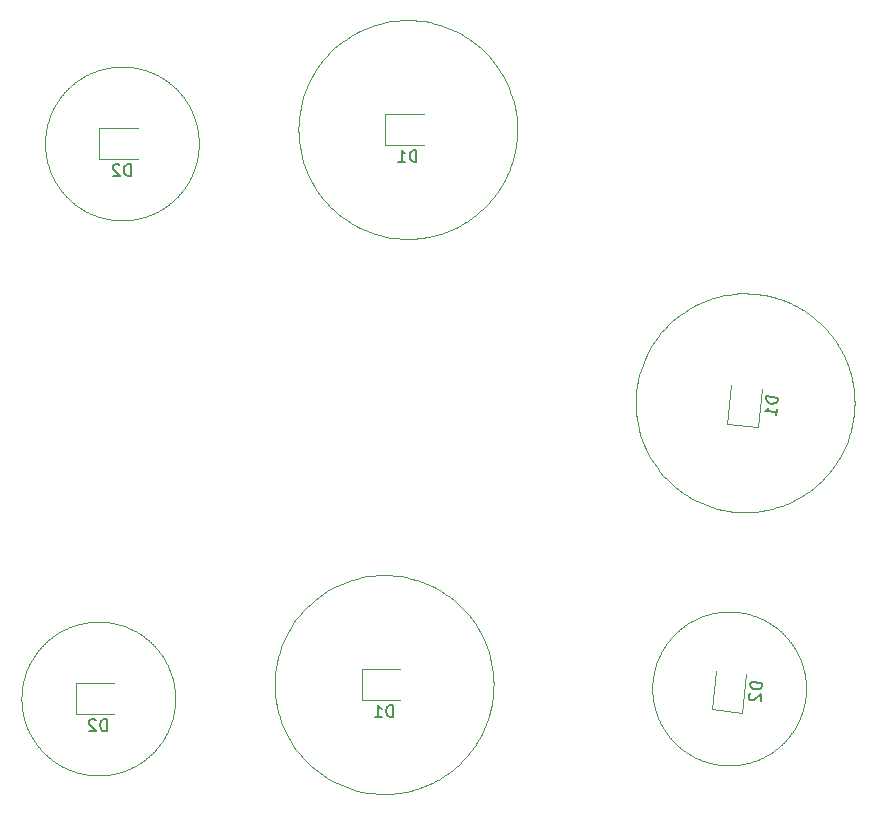
<source format=gbo>
%MOIN*%
%OFA0B0*%
%FSLAX46Y46*%
%IPPOS*%
%LPD*%
%ADD10C,0.0039370078740157488*%
%ADD11C,0.005905511811023622*%
%ADD22C,0.0039370078740157488*%
%ADD23C,0.005905511811023622*%
%ADD34C,0.0039370078740157488*%
%ADD35C,0.005905511811023622*%
%LPD*%
G01*
D10*
X0002653614Y0002021341D02*
X0002653614Y0002021341D01*
X0002653616Y0002021336D02*
X0002653614Y0002021341D01*
X0002672329Y0002019839D02*
X0002653616Y0002021336D01*
X0002690895Y0002019298D02*
X0002672329Y0002019839D01*
X0002709288Y0002019691D02*
X0002690895Y0002019298D01*
X0002727484Y0002020997D02*
X0002709288Y0002019691D01*
X0002745457Y0002023198D02*
X0002727484Y0002020997D01*
X0002763182Y0002026271D02*
X0002745457Y0002023198D01*
X0002780634Y0002030197D02*
X0002763182Y0002026271D01*
X0002797788Y0002034955D02*
X0002780634Y0002030197D01*
X0002814618Y0002040525D02*
X0002797788Y0002034955D01*
X0002831099Y0002046887D02*
X0002814618Y0002040525D01*
X0002847206Y0002054020D02*
X0002831099Y0002046887D01*
X0002862914Y0002061903D02*
X0002847206Y0002054020D01*
X0002878198Y0002070517D02*
X0002862914Y0002061903D01*
X0002893032Y0002079841D02*
X0002878198Y0002070517D01*
X0002907392Y0002089854D02*
X0002893032Y0002079841D01*
X0002921251Y0002100536D02*
X0002907392Y0002089854D01*
X0002934586Y0002111867D02*
X0002921251Y0002100536D01*
X0002947370Y0002123827D02*
X0002934586Y0002111867D01*
X0002959578Y0002136394D02*
X0002947370Y0002123827D01*
X0002971186Y0002149549D02*
X0002959578Y0002136394D01*
X0002982168Y0002163271D02*
X0002971186Y0002149549D01*
X0002992499Y0002177540D02*
X0002982168Y0002163271D01*
X0003002153Y0002192335D02*
X0002992499Y0002177540D01*
X0003011106Y0002207636D02*
X0003002153Y0002192335D01*
X0003019333Y0002223422D02*
X0003011106Y0002207636D01*
X0003026807Y0002239674D02*
X0003019333Y0002223422D01*
X0003033504Y0002256370D02*
X0003026807Y0002239674D01*
X0003039399Y0002273491D02*
X0003033504Y0002256370D01*
X0003044466Y0002291016D02*
X0003039399Y0002273491D01*
X0003048681Y0002308924D02*
X0003044466Y0002291016D01*
X0003052018Y0002327195D02*
X0003048681Y0002308924D01*
X0003054451Y0002345810D02*
X0003052018Y0002327195D01*
X0003054911Y0002350501D02*
X0003054451Y0002345810D01*
X0003055314Y0002355184D02*
X0003054911Y0002350501D01*
X0003055655Y0002359858D02*
X0003055314Y0002355184D01*
X0003055938Y0002364523D02*
X0003055655Y0002359858D01*
X0003056160Y0002369180D02*
X0003055938Y0002364523D01*
X0003056323Y0002373826D02*
X0003056160Y0002369180D01*
X0003056427Y0002378463D02*
X0003056323Y0002373826D01*
X0003056472Y0002383089D02*
X0003056427Y0002378463D01*
X0003056459Y0002387705D02*
X0003056472Y0002383089D01*
X0003056388Y0002392309D02*
X0003056459Y0002387705D01*
X0003056260Y0002396902D02*
X0003056388Y0002392309D01*
X0003056073Y0002401482D02*
X0003056260Y0002396902D01*
X0003055829Y0002406051D02*
X0003056073Y0002401482D01*
X0003055529Y0002410607D02*
X0003055829Y0002406051D01*
X0003055172Y0002415149D02*
X0003055529Y0002410607D01*
X0003054760Y0002419678D02*
X0003055172Y0002415149D01*
X0003054291Y0002424193D02*
X0003054760Y0002419678D01*
X0003053768Y0002428693D02*
X0003054291Y0002424193D01*
X0003053188Y0002433179D02*
X0003053768Y0002428693D01*
X0003052554Y0002437650D02*
X0003053188Y0002433179D01*
X0003051865Y0002442105D02*
X0003052554Y0002437650D01*
X0003051122Y0002446545D02*
X0003051865Y0002442105D01*
X0003050325Y0002450968D02*
X0003051122Y0002446545D01*
X0003049475Y0002455374D02*
X0003050325Y0002450968D01*
X0003048571Y0002459763D02*
X0003049475Y0002455374D01*
X0003047614Y0002464135D02*
X0003048571Y0002459763D01*
X0003046604Y0002468489D02*
X0003047614Y0002464135D01*
X0003045543Y0002472825D02*
X0003046604Y0002468489D01*
X0003044429Y0002477141D02*
X0003045543Y0002472825D01*
X0003043263Y0002481439D02*
X0003044429Y0002477141D01*
X0003042046Y0002485718D02*
X0003043263Y0002481439D01*
X0003040778Y0002489976D02*
X0003042046Y0002485718D01*
X0003039460Y0002494215D02*
X0003040778Y0002489976D01*
X0003038090Y0002498433D02*
X0003039460Y0002494215D01*
X0003036671Y0002502629D02*
X0003038090Y0002498433D01*
X0003035202Y0002506805D02*
X0003036671Y0002502629D01*
X0003033684Y0002510958D02*
X0003035202Y0002506805D01*
X0003032116Y0002515089D02*
X0003033684Y0002510958D01*
X0003030500Y0002519198D02*
X0003032116Y0002515089D01*
X0003028835Y0002523283D02*
X0003030500Y0002519198D01*
X0003027122Y0002527346D02*
X0003028835Y0002523283D01*
X0003025361Y0002531384D02*
X0003027122Y0002527346D01*
X0003023552Y0002535399D02*
X0003025361Y0002531384D01*
X0003021696Y0002539388D02*
X0003023552Y0002535399D01*
X0003019794Y0002543353D02*
X0003021696Y0002539388D01*
X0003017844Y0002547292D02*
X0003019794Y0002543353D01*
X0003015849Y0002551206D02*
X0003017844Y0002547292D01*
X0003013807Y0002555094D02*
X0003015849Y0002551206D01*
X0003011720Y0002558955D02*
X0003013807Y0002555094D01*
X0003009588Y0002562789D02*
X0003011720Y0002558955D01*
X0003007410Y0002566595D02*
X0003009588Y0002562789D01*
X0003005188Y0002570374D02*
X0003007410Y0002566595D01*
X0003002922Y0002574125D02*
X0003005188Y0002570374D01*
X0003000611Y0002577848D02*
X0003002922Y0002574125D01*
X0002998257Y0002581541D02*
X0003000611Y0002577848D01*
X0002995859Y0002585205D02*
X0002998257Y0002581541D01*
X0002993419Y0002588840D02*
X0002995859Y0002585205D01*
X0002990935Y0002592444D02*
X0002993419Y0002588840D01*
X0002988409Y0002596018D02*
X0002990935Y0002592444D01*
X0002985841Y0002599561D02*
X0002988409Y0002596018D01*
X0002983231Y0002603073D02*
X0002985841Y0002599561D01*
X0002980580Y0002606553D02*
X0002983231Y0002603073D01*
X0002977887Y0002610002D02*
X0002980580Y0002606553D01*
X0002975154Y0002613417D02*
X0002977887Y0002610002D01*
X0002972380Y0002616800D02*
X0002975154Y0002613417D01*
X0002969566Y0002620150D02*
X0002972380Y0002616800D01*
X0002966712Y0002623466D02*
X0002969566Y0002620150D01*
X0002963818Y0002626748D02*
X0002966712Y0002623466D01*
X0002960885Y0002629995D02*
X0002963818Y0002626748D01*
X0002957914Y0002633208D02*
X0002960885Y0002629995D01*
X0002954903Y0002636386D02*
X0002957914Y0002633208D01*
X0002951855Y0002639528D02*
X0002954903Y0002636386D01*
X0002948768Y0002642634D02*
X0002951855Y0002639528D01*
X0002945643Y0002645703D02*
X0002948768Y0002642634D01*
X0002942482Y0002648736D02*
X0002945643Y0002645703D01*
X0002939283Y0002651732D02*
X0002942482Y0002648736D01*
X0002936047Y0002654690D02*
X0002939283Y0002651732D01*
X0002932776Y0002657610D02*
X0002936047Y0002654690D01*
X0002929468Y0002660492D02*
X0002932776Y0002657610D01*
X0002926124Y0002663335D02*
X0002929468Y0002660492D01*
X0002922745Y0002666139D02*
X0002926124Y0002663335D01*
X0002919331Y0002668903D02*
X0002922745Y0002666139D01*
X0002915882Y0002671628D02*
X0002919331Y0002668903D01*
X0002912398Y0002674312D02*
X0002915882Y0002671628D01*
X0002908881Y0002676956D02*
X0002912398Y0002674312D01*
X0002905329Y0002679558D02*
X0002908881Y0002676956D01*
X0002901744Y0002682119D02*
X0002905329Y0002679558D01*
X0002898126Y0002684638D02*
X0002901744Y0002682119D01*
X0002894475Y0002687115D02*
X0002898126Y0002684638D01*
X0002890791Y0002689549D02*
X0002894475Y0002687115D01*
X0002887075Y0002691940D02*
X0002890791Y0002689549D01*
X0002883328Y0002694287D02*
X0002887075Y0002691940D01*
X0002879548Y0002696591D02*
X0002883328Y0002694287D01*
X0002875737Y0002698850D02*
X0002879548Y0002696591D01*
X0002871896Y0002701065D02*
X0002875737Y0002698850D01*
X0002868024Y0002703235D02*
X0002871896Y0002701065D01*
X0002864121Y0002705359D02*
X0002868024Y0002703235D01*
X0002860188Y0002707438D02*
X0002864121Y0002705359D01*
X0002856226Y0002709470D02*
X0002860188Y0002707438D01*
X0002852234Y0002711456D02*
X0002856226Y0002709470D01*
X0002848213Y0002713394D02*
X0002852234Y0002711456D01*
X0002844164Y0002715286D02*
X0002848213Y0002713394D01*
X0002840086Y0002717129D02*
X0002844164Y0002715286D01*
X0002835980Y0002718924D02*
X0002840086Y0002717129D01*
X0002831846Y0002720671D02*
X0002835980Y0002718924D01*
X0002827685Y0002722369D02*
X0002831846Y0002720671D01*
X0002823496Y0002724017D02*
X0002827685Y0002722369D01*
X0002819281Y0002725616D02*
X0002823496Y0002724017D01*
X0002815039Y0002727164D02*
X0002819281Y0002725616D01*
X0002810771Y0002728662D02*
X0002815039Y0002727164D01*
X0002806478Y0002730109D02*
X0002810771Y0002728662D01*
X0002802158Y0002731504D02*
X0002806478Y0002730109D01*
X0002797814Y0002732848D02*
X0002802158Y0002731504D01*
X0002793444Y0002734140D02*
X0002797814Y0002732848D01*
X0002789050Y0002735379D02*
X0002793444Y0002734140D01*
X0002784632Y0002736565D02*
X0002789050Y0002735379D01*
X0002780189Y0002737698D02*
X0002784632Y0002736565D01*
X0002775723Y0002738777D02*
X0002780189Y0002737698D01*
X0002771234Y0002739802D02*
X0002775723Y0002738777D01*
X0002766722Y0002740773D02*
X0002771234Y0002739802D01*
X0002762187Y0002741688D02*
X0002766722Y0002740773D01*
X0002757630Y0002742549D02*
X0002762187Y0002741688D01*
X0002753050Y0002743355D02*
X0002757630Y0002742549D01*
X0002748449Y0002744103D02*
X0002753050Y0002743355D01*
X0002743827Y0002744796D02*
X0002748449Y0002744103D01*
X0002739183Y0002745431D02*
X0002743827Y0002744796D01*
X0002734519Y0002746011D02*
X0002739183Y0002745431D01*
X0002729835Y0002746537D02*
X0002734519Y0002746011D01*
X0002711122Y0002748033D02*
X0002729835Y0002746537D01*
X0002692556Y0002748575D02*
X0002711122Y0002748033D01*
X0002674163Y0002748182D02*
X0002692556Y0002748575D01*
X0002655967Y0002746875D02*
X0002674163Y0002748182D01*
X0002637994Y0002744675D02*
X0002655967Y0002746875D01*
X0002620269Y0002741602D02*
X0002637994Y0002744675D01*
X0002602817Y0002737676D02*
X0002620269Y0002741602D01*
X0002585664Y0002732917D02*
X0002602817Y0002737676D01*
X0002568834Y0002727347D02*
X0002585664Y0002732917D01*
X0002552352Y0002720985D02*
X0002568834Y0002727347D01*
X0002536245Y0002713853D02*
X0002552352Y0002720985D01*
X0002520537Y0002705969D02*
X0002536245Y0002713853D01*
X0002505253Y0002697355D02*
X0002520537Y0002705969D01*
X0002490419Y0002688032D02*
X0002505253Y0002697355D01*
X0002476060Y0002678018D02*
X0002490419Y0002688032D01*
X0002462200Y0002667336D02*
X0002476060Y0002678018D01*
X0002448866Y0002656005D02*
X0002462200Y0002667336D01*
X0002436081Y0002644046D02*
X0002448866Y0002656005D01*
X0002423873Y0002631478D02*
X0002436081Y0002644046D01*
X0002412265Y0002618323D02*
X0002423873Y0002631478D01*
X0002401283Y0002604601D02*
X0002412265Y0002618323D01*
X0002390952Y0002590333D02*
X0002401283Y0002604601D01*
X0002381298Y0002575538D02*
X0002390952Y0002590333D01*
X0002372345Y0002560237D02*
X0002381298Y0002575538D01*
X0002364119Y0002544450D02*
X0002372345Y0002560237D01*
X0002356645Y0002528199D02*
X0002364119Y0002544450D01*
X0002349947Y0002511502D02*
X0002356645Y0002528199D01*
X0002344052Y0002494381D02*
X0002349947Y0002511502D01*
X0002338985Y0002476857D02*
X0002344052Y0002494381D01*
X0002334770Y0002458948D02*
X0002338985Y0002476857D01*
X0002331434Y0002440677D02*
X0002334770Y0002458948D01*
X0002329000Y0002422063D02*
X0002331434Y0002440677D01*
X0002327510Y0002403349D02*
X0002329000Y0002422063D01*
X0002326975Y0002384783D02*
X0002327510Y0002403349D01*
X0002327375Y0002366390D02*
X0002326975Y0002384783D01*
X0002328688Y0002348195D02*
X0002327375Y0002366390D01*
X0002330894Y0002330223D02*
X0002328688Y0002348195D01*
X0002333974Y0002312499D02*
X0002330894Y0002330223D01*
X0002337906Y0002295048D02*
X0002333974Y0002312499D01*
X0002342670Y0002277896D02*
X0002337906Y0002295048D01*
X0002348246Y0002261068D02*
X0002342670Y0002277896D01*
X0002354613Y0002244589D02*
X0002348246Y0002261068D01*
X0002361752Y0002228484D02*
X0002354613Y0002244589D01*
X0002369641Y0002212779D02*
X0002361752Y0002228484D01*
X0002378260Y0002197498D02*
X0002369641Y0002212779D01*
X0002387589Y0002182667D02*
X0002378260Y0002197498D01*
X0002397607Y0002168311D02*
X0002387589Y0002182667D01*
X0002408294Y0002154456D02*
X0002397607Y0002168311D01*
X0002419630Y0002141125D02*
X0002408294Y0002154456D01*
X0002431594Y0002128345D02*
X0002419630Y0002141125D01*
X0002444165Y0002116141D02*
X0002431594Y0002128345D01*
X0002457324Y0002104538D02*
X0002444165Y0002116141D01*
X0002471050Y0002093561D02*
X0002457324Y0002104538D01*
X0002485322Y0002083235D02*
X0002471050Y0002093561D01*
X0002500121Y0002073585D02*
X0002485322Y0002083235D01*
X0002515425Y0002064638D02*
X0002500121Y0002073585D01*
X0002531214Y0002056417D02*
X0002515425Y0002064638D01*
X0002547468Y0002048949D02*
X0002531214Y0002056417D01*
X0002564167Y0002042257D02*
X0002547468Y0002048949D01*
X0002581290Y0002036368D02*
X0002564167Y0002042257D01*
X0002598816Y0002031307D02*
X0002581290Y0002036368D01*
X0002616726Y0002027099D02*
X0002598816Y0002031307D01*
X0002634999Y0002023768D02*
X0002616726Y0002027099D01*
X0002653614Y0002021341D02*
X0002634999Y0002023768D01*
X0002611756Y0001176791D02*
X0002611756Y0001176791D01*
X0002615051Y0001176467D02*
X0002611756Y0001176791D01*
X0002618341Y0001176188D02*
X0002615051Y0001176467D01*
X0002621624Y0001175944D02*
X0002618341Y0001176188D01*
X0002624902Y0001175746D02*
X0002621624Y0001175944D01*
X0002628173Y0001175590D02*
X0002624902Y0001175746D01*
X0002631437Y0001175475D02*
X0002628173Y0001175590D01*
X0002634694Y0001175401D02*
X0002631437Y0001175475D01*
X0002637944Y0001175369D02*
X0002634694Y0001175401D01*
X0002641186Y0001175378D02*
X0002637944Y0001175369D01*
X0002644421Y0001175428D02*
X0002641186Y0001175378D01*
X0002647647Y0001175518D02*
X0002644421Y0001175428D01*
X0002650865Y0001175649D02*
X0002647647Y0001175518D01*
X0002654074Y0001175820D02*
X0002650865Y0001175649D01*
X0002657274Y0001176031D02*
X0002654074Y0001175820D01*
X0002660465Y0001176281D02*
X0002657274Y0001176031D01*
X0002663647Y0001176571D02*
X0002660465Y0001176281D01*
X0002666819Y0001176901D02*
X0002663647Y0001176571D01*
X0002669980Y0001177269D02*
X0002666819Y0001176901D01*
X0002673132Y0001177676D02*
X0002669980Y0001177269D01*
X0002676272Y0001178121D02*
X0002673132Y0001177676D01*
X0002679402Y0001178605D02*
X0002676272Y0001178121D01*
X0002682521Y0001179127D02*
X0002679402Y0001178605D01*
X0002685628Y0001179686D02*
X0002682521Y0001179127D01*
X0002688723Y0001180284D02*
X0002685628Y0001179686D01*
X0002691807Y0001180918D02*
X0002688723Y0001180284D01*
X0002694878Y0001181590D02*
X0002691807Y0001180918D01*
X0002697937Y0001182299D02*
X0002694878Y0001181590D01*
X0002700982Y0001183044D02*
X0002697937Y0001182299D01*
X0002704015Y0001183826D02*
X0002700982Y0001183044D01*
X0002707034Y0001184645D02*
X0002704015Y0001183826D01*
X0002710040Y0001185499D02*
X0002707034Y0001184645D01*
X0002713032Y0001186390D02*
X0002710040Y0001185499D01*
X0002716009Y0001187316D02*
X0002713032Y0001186390D01*
X0002718972Y0001188277D02*
X0002716009Y0001187316D01*
X0002721920Y0001189274D02*
X0002718972Y0001188277D01*
X0002724854Y0001190306D02*
X0002721920Y0001189274D01*
X0002727772Y0001191372D02*
X0002724854Y0001190306D01*
X0002730674Y0001192473D02*
X0002727772Y0001191372D01*
X0002733560Y0001193608D02*
X0002730674Y0001192473D01*
X0002736431Y0001194777D02*
X0002733560Y0001193608D01*
X0002739284Y0001195981D02*
X0002736431Y0001194777D01*
X0002742122Y0001197217D02*
X0002739284Y0001195981D01*
X0002744942Y0001198487D02*
X0002742122Y0001197217D01*
X0002747745Y0001199791D02*
X0002744942Y0001198487D01*
X0002750530Y0001201127D02*
X0002747745Y0001199791D01*
X0002753298Y0001202496D02*
X0002750530Y0001201127D01*
X0002756047Y0001203898D02*
X0002753298Y0001202496D01*
X0002758778Y0001205331D02*
X0002756047Y0001203898D01*
X0002761491Y0001206797D02*
X0002758778Y0001205331D01*
X0002764185Y0001208295D02*
X0002761491Y0001206797D01*
X0002766859Y0001209824D02*
X0002764185Y0001208295D01*
X0002769514Y0001211385D02*
X0002766859Y0001209824D01*
X0002772149Y0001212977D02*
X0002769514Y0001211385D01*
X0002774764Y0001214599D02*
X0002772149Y0001212977D01*
X0002777359Y0001216253D02*
X0002774764Y0001214599D01*
X0002779934Y0001217937D02*
X0002777359Y0001216253D01*
X0002782487Y0001219651D02*
X0002779934Y0001217937D01*
X0002785019Y0001221395D02*
X0002782487Y0001219651D01*
X0002787530Y0001223169D02*
X0002785019Y0001221395D01*
X0002790020Y0001224973D02*
X0002787530Y0001223169D01*
X0002792487Y0001226806D02*
X0002790020Y0001224973D01*
X0002794932Y0001228668D02*
X0002792487Y0001226806D01*
X0002797355Y0001230559D02*
X0002794932Y0001228668D01*
X0002799755Y0001232479D02*
X0002797355Y0001230559D01*
X0002802131Y0001234427D02*
X0002799755Y0001232479D01*
X0002804485Y0001236404D02*
X0002802131Y0001234427D01*
X0002806815Y0001238408D02*
X0002804485Y0001236404D01*
X0002809121Y0001240441D02*
X0002806815Y0001238408D01*
X0002811403Y0001242500D02*
X0002809121Y0001240441D01*
X0002813660Y0001244588D02*
X0002811403Y0001242500D01*
X0002815893Y0001246702D02*
X0002813660Y0001244588D01*
X0002818100Y0001248843D02*
X0002815893Y0001246702D01*
X0002820283Y0001251011D02*
X0002818100Y0001248843D01*
X0002822439Y0001253206D02*
X0002820283Y0001251011D01*
X0002824570Y0001255426D02*
X0002822439Y0001253206D01*
X0002826675Y0001257673D02*
X0002824570Y0001255426D01*
X0002828754Y0001259946D02*
X0002826675Y0001257673D01*
X0002830806Y0001262244D02*
X0002828754Y0001259946D01*
X0002832831Y0001264567D02*
X0002830806Y0001262244D01*
X0002834829Y0001266916D02*
X0002832831Y0001264567D01*
X0002836799Y0001269289D02*
X0002834829Y0001266916D01*
X0002838741Y0001271687D02*
X0002836799Y0001269289D01*
X0002840656Y0001274109D02*
X0002838741Y0001271687D01*
X0002842542Y0001276556D02*
X0002840656Y0001274109D01*
X0002844400Y0001279027D02*
X0002842542Y0001276556D01*
X0002846228Y0001281521D02*
X0002844400Y0001279027D01*
X0002848028Y0001284039D02*
X0002846228Y0001281521D01*
X0002849798Y0001286581D02*
X0002848028Y0001284039D01*
X0002851539Y0001289145D02*
X0002849798Y0001286581D01*
X0002853249Y0001291732D02*
X0002851539Y0001289145D01*
X0002854929Y0001294342D02*
X0002853249Y0001291732D01*
X0002856579Y0001296975D02*
X0002854929Y0001294342D01*
X0002858198Y0001299630D02*
X0002856579Y0001296975D01*
X0002859786Y0001302306D02*
X0002858198Y0001299630D01*
X0002861343Y0001305005D02*
X0002859786Y0001302306D01*
X0002862868Y0001307724D02*
X0002861343Y0001305005D01*
X0002864360Y0001310466D02*
X0002862868Y0001307724D01*
X0002865821Y0001313228D02*
X0002864360Y0001310466D01*
X0002867250Y0001316011D02*
X0002865821Y0001313228D01*
X0002868645Y0001318815D02*
X0002867250Y0001316011D01*
X0002870008Y0001321639D02*
X0002868645Y0001318815D01*
X0002871337Y0001324483D02*
X0002870008Y0001321639D01*
X0002872632Y0001327348D02*
X0002871337Y0001324483D01*
X0002873894Y0001330232D02*
X0002872632Y0001327348D01*
X0002875122Y0001333136D02*
X0002873894Y0001330232D01*
X0002876315Y0001336058D02*
X0002875122Y0001333136D01*
X0002877473Y0001339001D02*
X0002876315Y0001336058D01*
X0002878597Y0001341961D02*
X0002877473Y0001339001D01*
X0002879685Y0001344941D02*
X0002878597Y0001341961D01*
X0002880739Y0001347939D02*
X0002879685Y0001344941D01*
X0002881756Y0001350955D02*
X0002880739Y0001347939D01*
X0002882738Y0001353989D02*
X0002881756Y0001350955D01*
X0002883683Y0001357041D02*
X0002882738Y0001353989D01*
X0002884591Y0001360110D02*
X0002883683Y0001357041D01*
X0002885463Y0001363196D02*
X0002884591Y0001360110D01*
X0002886297Y0001366300D02*
X0002885463Y0001363196D01*
X0002887095Y0001369420D02*
X0002886297Y0001366300D01*
X0002887853Y0001372557D02*
X0002887095Y0001369420D01*
X0002888575Y0001375710D02*
X0002887853Y0001372557D01*
X0002889258Y0001378880D02*
X0002888575Y0001375710D01*
X0002889902Y0001382066D02*
X0002889258Y0001378880D01*
X0002890507Y0001385267D02*
X0002889902Y0001382066D01*
X0002891074Y0001388484D02*
X0002890507Y0001385267D01*
X0002891601Y0001391715D02*
X0002891074Y0001388484D01*
X0002892088Y0001394962D02*
X0002891601Y0001391715D01*
X0002892532Y0001398225D02*
X0002892088Y0001394962D01*
X0002892943Y0001401501D02*
X0002892532Y0001398225D01*
X0002893312Y0001404791D02*
X0002892943Y0001401501D01*
X0002893636Y0001408087D02*
X0002893312Y0001404791D01*
X0002893914Y0001411377D02*
X0002893636Y0001408087D01*
X0002894159Y0001414660D02*
X0002893914Y0001411377D01*
X0002894357Y0001417937D02*
X0002894159Y0001414660D01*
X0002894513Y0001421208D02*
X0002894357Y0001417937D01*
X0002894628Y0001424472D02*
X0002894513Y0001421208D01*
X0002894701Y0001427729D02*
X0002894628Y0001424472D01*
X0002894733Y0001430979D02*
X0002894701Y0001427729D01*
X0002894724Y0001434222D02*
X0002894733Y0001430979D01*
X0002894674Y0001437456D02*
X0002894724Y0001434222D01*
X0002894585Y0001440682D02*
X0002894674Y0001437456D01*
X0002894454Y0001443900D02*
X0002894585Y0001440682D01*
X0002894282Y0001447109D02*
X0002894454Y0001443900D01*
X0002894071Y0001450310D02*
X0002894282Y0001447109D01*
X0002893821Y0001453501D02*
X0002894071Y0001450310D01*
X0002893531Y0001456682D02*
X0002893821Y0001453501D01*
X0002893202Y0001459854D02*
X0002893531Y0001456682D01*
X0002892834Y0001463016D02*
X0002893202Y0001459854D01*
X0002892427Y0001466167D02*
X0002892834Y0001463016D01*
X0002891981Y0001469308D02*
X0002892427Y0001466167D01*
X0002891498Y0001472437D02*
X0002891981Y0001469308D01*
X0002890977Y0001475556D02*
X0002891498Y0001472437D01*
X0002890417Y0001478663D02*
X0002890977Y0001475556D01*
X0002889820Y0001481759D02*
X0002890417Y0001478663D01*
X0002889185Y0001484842D02*
X0002889820Y0001481759D01*
X0002888514Y0001487913D02*
X0002889185Y0001484842D01*
X0002887805Y0001490972D02*
X0002888514Y0001487913D01*
X0002887059Y0001494017D02*
X0002887805Y0001490972D01*
X0002886278Y0001497050D02*
X0002887059Y0001494017D01*
X0002885459Y0001500069D02*
X0002886278Y0001497050D01*
X0002884605Y0001503075D02*
X0002885459Y0001500069D01*
X0002883714Y0001506067D02*
X0002884605Y0001503075D01*
X0002882788Y0001509044D02*
X0002883714Y0001506067D01*
X0002881827Y0001512007D02*
X0002882788Y0001509044D01*
X0002880830Y0001514956D02*
X0002881827Y0001512007D01*
X0002879798Y0001517889D02*
X0002880830Y0001514956D01*
X0002878732Y0001520807D02*
X0002879798Y0001517889D01*
X0002877631Y0001523709D02*
X0002878732Y0001520807D01*
X0002876496Y0001526595D02*
X0002877631Y0001523709D01*
X0002875326Y0001529466D02*
X0002876496Y0001526595D01*
X0002874123Y0001532320D02*
X0002875326Y0001529466D01*
X0002872887Y0001535157D02*
X0002874123Y0001532320D01*
X0002871616Y0001537977D02*
X0002872887Y0001535157D01*
X0002870313Y0001540780D02*
X0002871616Y0001537977D01*
X0002868977Y0001543565D02*
X0002870313Y0001540780D01*
X0002867608Y0001546333D02*
X0002868977Y0001543565D01*
X0002866206Y0001549082D02*
X0002867608Y0001546333D01*
X0002864772Y0001551814D02*
X0002866206Y0001549082D01*
X0002863307Y0001554526D02*
X0002864772Y0001551814D01*
X0002861809Y0001557220D02*
X0002863307Y0001554526D01*
X0002860280Y0001559894D02*
X0002861809Y0001557220D01*
X0002858719Y0001562549D02*
X0002860280Y0001559894D01*
X0002857127Y0001565184D02*
X0002858719Y0001562549D01*
X0002855505Y0001567800D02*
X0002857127Y0001565184D01*
X0002853851Y0001570394D02*
X0002855505Y0001567800D01*
X0002852167Y0001572969D02*
X0002853851Y0001570394D01*
X0002850453Y0001575522D02*
X0002852167Y0001572969D01*
X0002848709Y0001578055D02*
X0002850453Y0001575522D01*
X0002846935Y0001580566D02*
X0002848709Y0001578055D01*
X0002845131Y0001583055D02*
X0002846935Y0001580566D01*
X0002843298Y0001585522D02*
X0002845131Y0001583055D01*
X0002841436Y0001587967D02*
X0002843298Y0001585522D01*
X0002839545Y0001590390D02*
X0002841436Y0001587967D01*
X0002837625Y0001592790D02*
X0002839545Y0001590390D01*
X0002835677Y0001595167D02*
X0002837625Y0001592790D01*
X0002833700Y0001597520D02*
X0002835677Y0001595167D01*
X0002831696Y0001599850D02*
X0002833700Y0001597520D01*
X0002829663Y0001602156D02*
X0002831696Y0001599850D01*
X0002827603Y0001604438D02*
X0002829663Y0001602156D01*
X0002825516Y0001606695D02*
X0002827603Y0001604438D01*
X0002823402Y0001608928D02*
X0002825516Y0001606695D01*
X0002821260Y0001611135D02*
X0002823402Y0001608928D01*
X0002819092Y0001613318D02*
X0002821260Y0001611135D01*
X0002816898Y0001615475D02*
X0002819092Y0001613318D01*
X0002814677Y0001617606D02*
X0002816898Y0001615475D01*
X0002812431Y0001619711D02*
X0002814677Y0001617606D01*
X0002810158Y0001621789D02*
X0002812431Y0001619711D01*
X0002807860Y0001623841D02*
X0002810158Y0001621789D01*
X0002805537Y0001625866D02*
X0002807860Y0001623841D01*
X0002803188Y0001627864D02*
X0002805537Y0001625866D01*
X0002800815Y0001629834D02*
X0002803188Y0001627864D01*
X0002798417Y0001631776D02*
X0002800815Y0001629834D01*
X0002795994Y0001633691D02*
X0002798417Y0001631776D01*
X0002793548Y0001635577D02*
X0002795994Y0001633691D01*
X0002791077Y0001637435D02*
X0002793548Y0001635577D01*
X0002788582Y0001639264D02*
X0002791077Y0001637435D01*
X0002786064Y0001641063D02*
X0002788582Y0001639264D01*
X0002783523Y0001642833D02*
X0002786064Y0001641063D01*
X0002780959Y0001644574D02*
X0002783523Y0001642833D01*
X0002778371Y0001646284D02*
X0002780959Y0001644574D01*
X0002775761Y0001647965D02*
X0002778371Y0001646284D01*
X0002773129Y0001649614D02*
X0002775761Y0001647965D01*
X0002770474Y0001651233D02*
X0002773129Y0001649614D01*
X0002767798Y0001652821D02*
X0002770474Y0001651233D01*
X0002765099Y0001654378D02*
X0002767798Y0001652821D01*
X0002762380Y0001655903D02*
X0002765099Y0001654378D01*
X0002759638Y0001657396D02*
X0002762380Y0001655903D01*
X0002756876Y0001658857D02*
X0002759638Y0001657396D01*
X0002754093Y0001660285D02*
X0002756876Y0001658857D01*
X0002751289Y0001661680D02*
X0002754093Y0001660285D01*
X0002748465Y0001663043D02*
X0002751289Y0001661680D01*
X0002745620Y0001664372D02*
X0002748465Y0001663043D01*
X0002742756Y0001665667D02*
X0002745620Y0001664372D01*
X0002739872Y0001666929D02*
X0002742756Y0001665667D01*
X0002736968Y0001668157D02*
X0002739872Y0001666929D01*
X0002734045Y0001669350D02*
X0002736968Y0001668157D01*
X0002731103Y0001670510D02*
X0002734045Y0001669350D01*
X0002728142Y0001671633D02*
X0002731103Y0001670510D01*
X0002725163Y0001672722D02*
X0002728142Y0001671633D01*
X0002722165Y0001673775D02*
X0002725163Y0001672722D01*
X0002719149Y0001674793D02*
X0002722165Y0001673775D01*
X0002716115Y0001675774D02*
X0002719149Y0001674793D01*
X0002713064Y0001676719D02*
X0002716115Y0001675774D01*
X0002709994Y0001677627D02*
X0002713064Y0001676719D01*
X0002706908Y0001678499D02*
X0002709994Y0001677627D01*
X0002703804Y0001679334D02*
X0002706908Y0001678499D01*
X0002700684Y0001680131D02*
X0002703804Y0001679334D01*
X0002697547Y0001680891D02*
X0002700684Y0001680131D01*
X0002694394Y0001681612D02*
X0002697547Y0001680891D01*
X0002691224Y0001682295D02*
X0002694394Y0001681612D01*
X0002688038Y0001682939D02*
X0002691224Y0001682295D01*
X0002684837Y0001683545D02*
X0002688038Y0001682939D01*
X0002681621Y0001684111D02*
X0002684837Y0001683545D01*
X0002678389Y0001684638D02*
X0002681621Y0001684111D01*
X0002675142Y0001685126D02*
X0002678389Y0001684638D01*
X0002671879Y0001685569D02*
X0002675142Y0001685126D01*
X0002668603Y0001685981D02*
X0002671879Y0001685569D01*
X0002665313Y0001686349D02*
X0002668603Y0001685981D01*
X0002662017Y0001686673D02*
X0002665313Y0001686349D01*
X0002658727Y0001686952D02*
X0002662017Y0001686673D01*
X0002655444Y0001687196D02*
X0002658727Y0001686952D01*
X0002652167Y0001687394D02*
X0002655444Y0001687196D01*
X0002648896Y0001687550D02*
X0002652167Y0001687394D01*
X0002645632Y0001687666D02*
X0002648896Y0001687550D01*
X0002642375Y0001687739D02*
X0002645632Y0001687666D01*
X0002639125Y0001687771D02*
X0002642375Y0001687739D01*
X0002635883Y0001687762D02*
X0002639125Y0001687771D01*
X0002632648Y0001687712D02*
X0002635883Y0001687762D01*
X0002629422Y0001687621D02*
X0002632648Y0001687712D01*
X0002626204Y0001687490D02*
X0002629422Y0001687621D01*
X0002622995Y0001687319D02*
X0002626204Y0001687490D01*
X0002619794Y0001687108D02*
X0002622995Y0001687319D01*
X0002616603Y0001686858D02*
X0002619794Y0001687108D01*
X0002613422Y0001686568D02*
X0002616603Y0001686858D01*
X0002610250Y0001686238D02*
X0002613422Y0001686568D01*
X0002607088Y0001685870D02*
X0002610250Y0001686238D01*
X0002603937Y0001685463D02*
X0002607088Y0001685870D01*
X0002600796Y0001685018D02*
X0002603937Y0001685463D01*
X0002597667Y0001684534D02*
X0002600796Y0001685018D01*
X0002594548Y0001684012D02*
X0002597667Y0001684534D01*
X0002591441Y0001683453D02*
X0002594548Y0001684012D01*
X0002588345Y0001682855D02*
X0002591441Y0001683453D01*
X0002585262Y0001682221D02*
X0002588345Y0001682855D01*
X0002582191Y0001681549D02*
X0002585262Y0001682221D01*
X0002579132Y0001680840D02*
X0002582191Y0001681549D01*
X0002576086Y0001680095D02*
X0002579132Y0001680840D01*
X0002573054Y0001679313D02*
X0002576086Y0001680095D01*
X0002570034Y0001678494D02*
X0002573054Y0001679313D01*
X0002567029Y0001677640D02*
X0002570034Y0001678494D01*
X0002564037Y0001676749D02*
X0002567029Y0001677640D01*
X0002561060Y0001675823D02*
X0002564037Y0001676749D01*
X0002558096Y0001674862D02*
X0002561060Y0001675823D01*
X0002555148Y0001673865D02*
X0002558096Y0001674862D01*
X0002552215Y0001672833D02*
X0002555148Y0001673865D01*
X0002549297Y0001671767D02*
X0002552215Y0001672833D01*
X0002546395Y0001670666D02*
X0002549297Y0001671767D01*
X0002543508Y0001669531D02*
X0002546395Y0001670666D01*
X0002540638Y0001668362D02*
X0002543508Y0001669531D01*
X0002537784Y0001667159D02*
X0002540638Y0001668362D01*
X0002534947Y0001665922D02*
X0002537784Y0001667159D01*
X0002532127Y0001664652D02*
X0002534947Y0001665922D01*
X0002529324Y0001663348D02*
X0002532127Y0001664652D01*
X0002526539Y0001662012D02*
X0002529324Y0001663348D01*
X0002523771Y0001660643D02*
X0002526539Y0001662012D01*
X0002521021Y0001659241D02*
X0002523771Y0001660643D01*
X0002518290Y0001657808D02*
X0002521021Y0001659241D01*
X0002515578Y0001656342D02*
X0002518290Y0001657808D01*
X0002512884Y0001654844D02*
X0002515578Y0001656342D01*
X0002510210Y0001653315D02*
X0002512884Y0001654844D01*
X0002507555Y0001651754D02*
X0002510210Y0001653315D01*
X0002504920Y0001650162D02*
X0002507555Y0001651754D01*
X0002502304Y0001648540D02*
X0002504920Y0001650162D01*
X0002499709Y0001646886D02*
X0002502304Y0001648540D01*
X0002497135Y0001645202D02*
X0002499709Y0001646886D01*
X0002494582Y0001643488D02*
X0002497135Y0001645202D01*
X0002492049Y0001641744D02*
X0002494582Y0001643488D01*
X0002489538Y0001639970D02*
X0002492049Y0001641744D01*
X0002487049Y0001638166D02*
X0002489538Y0001639970D01*
X0002484582Y0001636333D02*
X0002487049Y0001638166D01*
X0002482136Y0001634471D02*
X0002484582Y0001636333D01*
X0002479714Y0001632580D02*
X0002482136Y0001634471D01*
X0002477314Y0001630660D02*
X0002479714Y0001632580D01*
X0002474937Y0001628712D02*
X0002477314Y0001630660D01*
X0002472584Y0001626735D02*
X0002474937Y0001628712D01*
X0002470254Y0001624731D02*
X0002472584Y0001626735D01*
X0002467948Y0001622698D02*
X0002470254Y0001624731D01*
X0002465666Y0001620639D02*
X0002467948Y0001622698D01*
X0002463409Y0001618551D02*
X0002465666Y0001620639D01*
X0002461176Y0001616437D02*
X0002463409Y0001618551D01*
X0002458969Y0001614296D02*
X0002461176Y0001616437D01*
X0002456786Y0001612128D02*
X0002458969Y0001614296D01*
X0002454629Y0001609933D02*
X0002456786Y0001612128D01*
X0002452498Y0001607713D02*
X0002454629Y0001609933D01*
X0002450393Y0001605466D02*
X0002452498Y0001607713D01*
X0002448315Y0001603193D02*
X0002450393Y0001605466D01*
X0002446263Y0001600895D02*
X0002448315Y0001603193D01*
X0002444238Y0001598572D02*
X0002446263Y0001600895D01*
X0002442240Y0001596223D02*
X0002444238Y0001598572D01*
X0002440270Y0001593850D02*
X0002442240Y0001596223D01*
X0002438327Y0001591452D02*
X0002440270Y0001593850D01*
X0002436413Y0001589030D02*
X0002438327Y0001591452D01*
X0002434527Y0001586583D02*
X0002436413Y0001589030D01*
X0002432669Y0001584112D02*
X0002434527Y0001586583D01*
X0002430840Y0001581618D02*
X0002432669Y0001584112D01*
X0002429041Y0001579100D02*
X0002430840Y0001581618D01*
X0002427271Y0001576558D02*
X0002429041Y0001579100D01*
X0002425530Y0001573994D02*
X0002427271Y0001576558D01*
X0002423820Y0001571407D02*
X0002425530Y0001573994D01*
X0002422139Y0001568797D02*
X0002423820Y0001571407D01*
X0002420490Y0001566164D02*
X0002422139Y0001568797D01*
X0002418870Y0001563509D02*
X0002420490Y0001566164D01*
X0002417283Y0001560833D02*
X0002418870Y0001563509D01*
X0002415726Y0001558134D02*
X0002417283Y0001560833D01*
X0002414201Y0001555415D02*
X0002415726Y0001558134D01*
X0002412708Y0001552673D02*
X0002414201Y0001555415D01*
X0002411247Y0001549911D02*
X0002412708Y0001552673D01*
X0002409819Y0001547128D02*
X0002411247Y0001549911D01*
X0002408424Y0001544324D02*
X0002409819Y0001547128D01*
X0002407061Y0001541500D02*
X0002408424Y0001544324D01*
X0002405732Y0001538656D02*
X0002407061Y0001541500D01*
X0002404437Y0001535791D02*
X0002405732Y0001538656D01*
X0002403175Y0001532907D02*
X0002404437Y0001535791D01*
X0002401947Y0001530003D02*
X0002403175Y0001532907D01*
X0002400754Y0001527081D02*
X0002401947Y0001530003D01*
X0002399595Y0001524138D02*
X0002400754Y0001527081D01*
X0002398472Y0001521178D02*
X0002399595Y0001524138D01*
X0002397383Y0001518198D02*
X0002398472Y0001521178D01*
X0002396330Y0001515200D02*
X0002397383Y0001518198D01*
X0002395312Y0001512184D02*
X0002396330Y0001515200D01*
X0002394331Y0001509150D02*
X0002395312Y0001512184D01*
X0002393386Y0001506099D02*
X0002394331Y0001509150D01*
X0002392478Y0001503029D02*
X0002393386Y0001506099D01*
X0002391606Y0001499943D02*
X0002392478Y0001503029D01*
X0002390771Y0001496839D02*
X0002391606Y0001499943D01*
X0002389974Y0001493719D02*
X0002390771Y0001496839D01*
X0002389215Y0001490582D02*
X0002389974Y0001493719D01*
X0002388494Y0001487429D02*
X0002389215Y0001490582D01*
X0002387811Y0001484259D02*
X0002388494Y0001487429D01*
X0002387167Y0001481073D02*
X0002387811Y0001484259D01*
X0002386561Y0001477872D02*
X0002387167Y0001481073D01*
X0002385995Y0001474655D02*
X0002386561Y0001477872D01*
X0002385468Y0001471424D02*
X0002385995Y0001474655D01*
X0002384980Y0001468177D02*
X0002385468Y0001471424D01*
X0002384537Y0001464914D02*
X0002384980Y0001468177D01*
X0002384125Y0001461638D02*
X0002384537Y0001464914D01*
X0002383757Y0001458348D02*
X0002384125Y0001461638D01*
X0002383433Y0001455052D02*
X0002383757Y0001458348D01*
X0002383154Y0001451762D02*
X0002383433Y0001455052D01*
X0002382910Y0001448479D02*
X0002383154Y0001451762D01*
X0002382712Y0001445202D02*
X0002382910Y0001448479D01*
X0002382556Y0001441931D02*
X0002382712Y0001445202D01*
X0002382441Y0001438667D02*
X0002382556Y0001441931D01*
X0002382367Y0001435410D02*
X0002382441Y0001438667D01*
X0002382335Y0001432160D02*
X0002382367Y0001435410D01*
X0002382344Y0001428917D02*
X0002382335Y0001432160D01*
X0002382394Y0001425683D02*
X0002382344Y0001428917D01*
X0002382484Y0001422457D02*
X0002382394Y0001425683D01*
X0002382615Y0001419239D02*
X0002382484Y0001422457D01*
X0002382786Y0001416030D02*
X0002382615Y0001419239D01*
X0002382997Y0001412829D02*
X0002382786Y0001416030D01*
X0002383247Y0001409638D02*
X0002382997Y0001412829D01*
X0002383537Y0001406457D02*
X0002383247Y0001409638D01*
X0002383867Y0001403285D02*
X0002383537Y0001406457D01*
X0002384235Y0001400123D02*
X0002383867Y0001403285D01*
X0002384642Y0001396972D02*
X0002384235Y0001400123D01*
X0002385087Y0001393831D02*
X0002384642Y0001396972D01*
X0002385571Y0001390702D02*
X0002385087Y0001393831D01*
X0002386092Y0001387583D02*
X0002385571Y0001390702D01*
X0002386651Y0001384476D02*
X0002386092Y0001387583D01*
X0002387249Y0001381380D02*
X0002386651Y0001384476D01*
X0002387883Y0001378297D02*
X0002387249Y0001381380D01*
X0002388555Y0001375226D02*
X0002387883Y0001378297D01*
X0002389263Y0001372167D02*
X0002388555Y0001375226D01*
X0002390009Y0001369122D02*
X0002389263Y0001372167D01*
X0002390791Y0001366089D02*
X0002390009Y0001369122D01*
X0002391609Y0001363070D02*
X0002390791Y0001366089D01*
X0002392464Y0001360064D02*
X0002391609Y0001363070D01*
X0002393354Y0001357072D02*
X0002392464Y0001360064D01*
X0002394281Y0001354095D02*
X0002393354Y0001357072D01*
X0002395242Y0001351132D02*
X0002394281Y0001354095D01*
X0002396239Y0001348183D02*
X0002395242Y0001351132D01*
X0002397271Y0001345250D02*
X0002396239Y0001348183D01*
X0002398337Y0001342332D02*
X0002397271Y0001345250D01*
X0002399438Y0001339430D02*
X0002398337Y0001342332D01*
X0002400573Y0001336544D02*
X0002399438Y0001339430D01*
X0002401742Y0001333673D02*
X0002400573Y0001336544D01*
X0002402945Y0001330820D02*
X0002401742Y0001333673D01*
X0002404182Y0001327982D02*
X0002402945Y0001330820D01*
X0002405452Y0001325162D02*
X0002404182Y0001327982D01*
X0002406756Y0001322359D02*
X0002405452Y0001325162D01*
X0002408092Y0001319574D02*
X0002406756Y0001322359D01*
X0002409461Y0001316806D02*
X0002408092Y0001319574D01*
X0002410862Y0001314057D02*
X0002409461Y0001316806D01*
X0002412296Y0001311325D02*
X0002410862Y0001314057D01*
X0002413762Y0001308613D02*
X0002412296Y0001311325D01*
X0002415260Y0001305919D02*
X0002413762Y0001308613D01*
X0002416789Y0001303245D02*
X0002415260Y0001305919D01*
X0002418350Y0001300590D02*
X0002416789Y0001303245D01*
X0002419941Y0001297955D02*
X0002418350Y0001300590D01*
X0002421564Y0001295340D02*
X0002419941Y0001297955D01*
X0002423218Y0001292745D02*
X0002421564Y0001295340D01*
X0002424902Y0001290170D02*
X0002423218Y0001292745D01*
X0002426616Y0001287617D02*
X0002424902Y0001290170D01*
X0002428360Y0001285084D02*
X0002426616Y0001287617D01*
X0002430134Y0001282573D02*
X0002428360Y0001285084D01*
X0002431938Y0001280084D02*
X0002430134Y0001282573D01*
X0002433771Y0001277617D02*
X0002431938Y0001280084D01*
X0002435633Y0001275172D02*
X0002433771Y0001277617D01*
X0002437524Y0001272749D02*
X0002435633Y0001275172D01*
X0002439444Y0001270349D02*
X0002437524Y0001272749D01*
X0002441392Y0001267972D02*
X0002439444Y0001270349D01*
X0002443369Y0001265619D02*
X0002441392Y0001267972D01*
X0002445373Y0001263289D02*
X0002443369Y0001265619D01*
X0002447405Y0001260983D02*
X0002445373Y0001263289D01*
X0002449465Y0001258701D02*
X0002447405Y0001260983D01*
X0002451553Y0001256444D02*
X0002449465Y0001258701D01*
X0002453667Y0001254211D02*
X0002451553Y0001256444D01*
X0002455808Y0001252004D02*
X0002453667Y0001254211D01*
X0002457976Y0001249821D02*
X0002455808Y0001252004D01*
X0002460171Y0001247664D02*
X0002457976Y0001249821D01*
X0002462391Y0001245533D02*
X0002460171Y0001247664D01*
X0002464638Y0001243428D02*
X0002462391Y0001245533D01*
X0002466910Y0001241350D02*
X0002464638Y0001243428D01*
X0002469208Y0001239298D02*
X0002466910Y0001241350D01*
X0002471532Y0001237273D02*
X0002469208Y0001239298D01*
X0002473880Y0001235275D02*
X0002471532Y0001237273D01*
X0002476254Y0001233305D02*
X0002473880Y0001235275D01*
X0002478652Y0001231362D02*
X0002476254Y0001233305D01*
X0002481074Y0001229448D02*
X0002478652Y0001231362D01*
X0002483521Y0001227562D02*
X0002481074Y0001229448D01*
X0002485992Y0001225704D02*
X0002483521Y0001227562D01*
X0002488486Y0001223875D02*
X0002485992Y0001225704D01*
X0002491004Y0001222076D02*
X0002488486Y0001223875D01*
X0002493546Y0001220306D02*
X0002491004Y0001222076D01*
X0002496110Y0001218565D02*
X0002493546Y0001220306D01*
X0002498697Y0001216855D02*
X0002496110Y0001218565D01*
X0002501307Y0001215174D02*
X0002498697Y0001216855D01*
X0002503940Y0001213525D02*
X0002501307Y0001215174D01*
X0002506594Y0001211906D02*
X0002503940Y0001213525D01*
X0002509271Y0001210318D02*
X0002506594Y0001211906D01*
X0002511969Y0001208761D02*
X0002509271Y0001210318D01*
X0002514689Y0001207236D02*
X0002511969Y0001208761D01*
X0002517430Y0001205743D02*
X0002514689Y0001207236D01*
X0002520193Y0001204282D02*
X0002517430Y0001205743D01*
X0002522976Y0001202854D02*
X0002520193Y0001204282D01*
X0002525780Y0001201459D02*
X0002522976Y0001202854D01*
X0002528604Y0001200096D02*
X0002525780Y0001201459D01*
X0002531448Y0001198767D02*
X0002528604Y0001200096D01*
X0002534313Y0001197472D02*
X0002531448Y0001198767D01*
X0002537197Y0001196210D02*
X0002534313Y0001197472D01*
X0002540100Y0001194982D02*
X0002537197Y0001196210D01*
X0002543023Y0001193789D02*
X0002540100Y0001194982D01*
X0002545965Y0001192629D02*
X0002543023Y0001193789D01*
X0002548926Y0001191506D02*
X0002545965Y0001192629D01*
X0002551906Y0001190417D02*
X0002548926Y0001191506D01*
X0002554903Y0001189364D02*
X0002551906Y0001190417D01*
X0002557919Y0001188346D02*
X0002554903Y0001189364D01*
X0002560953Y0001187365D02*
X0002557919Y0001188346D01*
X0002564005Y0001186420D02*
X0002560953Y0001187365D01*
X0002567074Y0001185512D02*
X0002564005Y0001186420D01*
X0002570161Y0001184640D02*
X0002567074Y0001185512D01*
X0002573264Y0001183805D02*
X0002570161Y0001184640D01*
X0002576385Y0001183008D02*
X0002573264Y0001183805D01*
X0002579522Y0001182249D02*
X0002576385Y0001183008D01*
X0002582675Y0001181528D02*
X0002579522Y0001182249D01*
X0002585845Y0001180845D02*
X0002582675Y0001181528D01*
X0002589030Y0001180201D02*
X0002585845Y0001180845D01*
X0002592231Y0001179595D02*
X0002589030Y0001180201D01*
X0002595448Y0001179029D02*
X0002592231Y0001179595D01*
X0002598680Y0001178502D02*
X0002595448Y0001179029D01*
X0002601927Y0001178014D02*
X0002598680Y0001178502D01*
X0002605189Y0001177571D02*
X0002601927Y0001178014D01*
X0002608465Y0001177159D02*
X0002605189Y0001177571D01*
X0002611756Y0001176791D02*
X0002608465Y0001177159D01*
X0002747761Y0002431206D02*
X0002734387Y0002303955D01*
X0002734387Y0002303955D02*
X0002632585Y0002314654D01*
X0002632585Y0002314654D02*
X0002645960Y0002441906D01*
X0002695157Y0001478731D02*
X0002681782Y0001351480D01*
X0002681782Y0001351480D02*
X0002579980Y0001362179D01*
X0002579980Y0001362179D02*
X0002593355Y0001489431D01*
D11*
X0002802110Y0002401271D02*
X0002762956Y0002405386D01*
X0002761976Y0002396063D01*
X0002763253Y0002390274D01*
X0002766590Y0002386153D01*
X0002770123Y0002383897D01*
X0002777385Y0002381248D01*
X0002782978Y0002380660D01*
X0002790632Y0002381741D01*
X0002794557Y0002383214D01*
X0002798678Y0002386551D01*
X0002801131Y0002391948D01*
X0002802110Y0002401271D01*
X0002795840Y0002341607D02*
X0002798191Y0002363981D01*
X0002797015Y0002352794D02*
X0002757861Y0002356909D01*
X0002763846Y0002360050D01*
X0002767967Y0002363387D01*
X0002770224Y0002366920D01*
X0002749506Y0001448796D02*
X0002710351Y0001452911D01*
X0002709371Y0001443589D01*
X0002710648Y0001437799D01*
X0002713985Y0001433678D01*
X0002717518Y0001431422D01*
X0002724780Y0001428773D01*
X0002730374Y0001428185D01*
X0002738027Y0001429266D01*
X0002741952Y0001430739D01*
X0002746073Y0001434076D01*
X0002748526Y0001439473D01*
X0002749506Y0001448796D01*
X0002710161Y0001415229D02*
X0002708100Y0001413561D01*
X0002705844Y0001410028D01*
X0002704864Y0001400705D01*
X0002706337Y0001396780D01*
X0002708005Y0001394720D01*
X0002711538Y0001392463D01*
X0002715267Y0001392071D01*
X0002721057Y0001393348D01*
X0002745782Y0001413370D01*
X0002743235Y0001389132D01*
G04 next file*
%LPD*%
G01*
D22*
X0001123877Y0001444490D02*
X0001123877Y0001444490D01*
X0001123872Y0001444486D02*
X0001123877Y0001444490D01*
X0001124340Y0001425720D02*
X0001123872Y0001444486D01*
X0001125742Y0001407199D02*
X0001124340Y0001425720D01*
X0001128055Y0001388948D02*
X0001125742Y0001407199D01*
X0001131257Y0001370987D02*
X0001128055Y0001388948D01*
X0001135324Y0001353343D02*
X0001131257Y0001370987D01*
X0001140233Y0001336037D02*
X0001135324Y0001353343D01*
X0001145961Y0001319091D02*
X0001140233Y0001336037D01*
X0001152487Y0001302529D02*
X0001145961Y0001319091D01*
X0001159786Y0001286373D02*
X0001152487Y0001302529D01*
X0001167835Y0001270646D02*
X0001159786Y0001286373D01*
X0001176613Y0001255374D02*
X0001167835Y0001270646D01*
X0001186095Y0001240576D02*
X0001176613Y0001255374D01*
X0001196259Y0001226276D02*
X0001186095Y0001240576D01*
X0001207082Y0001212497D02*
X0001196259Y0001226276D01*
X0001218542Y0001199263D02*
X0001207082Y0001212497D01*
X0001230614Y0001186596D02*
X0001218542Y0001199263D01*
X0001243277Y0001174519D02*
X0001230614Y0001186596D01*
X0001256507Y0001163055D02*
X0001243277Y0001174519D01*
X0001270282Y0001152227D02*
X0001256507Y0001163055D01*
X0001284578Y0001142058D02*
X0001270282Y0001152227D01*
X0001299373Y0001132571D02*
X0001284578Y0001142058D01*
X0001314643Y0001123788D02*
X0001299373Y0001132571D01*
X0001330365Y0001115733D02*
X0001314643Y0001123788D01*
X0001346519Y0001108429D02*
X0001330365Y0001115733D01*
X0001363079Y0001101897D02*
X0001346519Y0001108429D01*
X0001380023Y0001096163D02*
X0001363079Y0001101897D01*
X0001397328Y0001091248D02*
X0001380023Y0001096163D01*
X0001414971Y0001087175D02*
X0001397328Y0001091248D01*
X0001432930Y0001083967D02*
X0001414971Y0001087175D01*
X0001451180Y0001081647D02*
X0001432930Y0001083967D01*
X0001469700Y0001080239D02*
X0001451180Y0001081647D01*
X0001488467Y0001079764D02*
X0001469700Y0001080239D01*
X0001493180Y0001079797D02*
X0001488467Y0001079764D01*
X0001497880Y0001079886D02*
X0001493180Y0001079797D01*
X0001502564Y0001080035D02*
X0001497880Y0001079886D01*
X0001507233Y0001080242D02*
X0001502564Y0001080035D01*
X0001511888Y0001080507D02*
X0001507233Y0001080242D01*
X0001516525Y0001080831D02*
X0001511888Y0001080507D01*
X0001521148Y0001081212D02*
X0001516525Y0001080831D01*
X0001525754Y0001081651D02*
X0001521148Y0001081212D01*
X0001530342Y0001082146D02*
X0001525754Y0001081651D01*
X0001534914Y0001082699D02*
X0001530342Y0001082146D01*
X0001539468Y0001083306D02*
X0001534914Y0001082699D01*
X0001544004Y0001083971D02*
X0001539468Y0001083306D01*
X0001548522Y0001084691D02*
X0001544004Y0001083971D01*
X0001553022Y0001085465D02*
X0001548522Y0001084691D01*
X0001557502Y0001086295D02*
X0001553022Y0001085465D01*
X0001561963Y0001087179D02*
X0001557502Y0001086295D01*
X0001566404Y0001088116D02*
X0001561963Y0001087179D01*
X0001570825Y0001089107D02*
X0001566404Y0001088116D01*
X0001575226Y0001090153D02*
X0001570825Y0001089107D01*
X0001579605Y0001091251D02*
X0001575226Y0001090153D01*
X0001583965Y0001092402D02*
X0001579605Y0001091251D01*
X0001588302Y0001093605D02*
X0001583965Y0001092402D01*
X0001592618Y0001094860D02*
X0001588302Y0001093605D01*
X0001596910Y0001096166D02*
X0001592618Y0001094860D01*
X0001601182Y0001097524D02*
X0001596910Y0001096166D01*
X0001605429Y0001098932D02*
X0001601182Y0001097524D01*
X0001609654Y0001100392D02*
X0001605429Y0001098932D01*
X0001613855Y0001101901D02*
X0001609654Y0001100392D01*
X0001618031Y0001103460D02*
X0001613855Y0001101901D01*
X0001622184Y0001105068D02*
X0001618031Y0001103460D01*
X0001626311Y0001106726D02*
X0001622184Y0001105068D01*
X0001630415Y0001108432D02*
X0001626311Y0001106726D01*
X0001634492Y0001110186D02*
X0001630415Y0001108432D01*
X0001638544Y0001111989D02*
X0001634492Y0001110186D01*
X0001642569Y0001113839D02*
X0001638544Y0001111989D01*
X0001646568Y0001115736D02*
X0001642569Y0001113839D01*
X0001650539Y0001117681D02*
X0001646568Y0001115736D01*
X0001654484Y0001119671D02*
X0001650539Y0001117681D01*
X0001658402Y0001121708D02*
X0001654484Y0001119671D01*
X0001662291Y0001123791D02*
X0001658402Y0001121708D01*
X0001666152Y0001125920D02*
X0001662291Y0001123791D01*
X0001669984Y0001128093D02*
X0001666152Y0001125920D01*
X0001673787Y0001130311D02*
X0001669984Y0001128093D01*
X0001677561Y0001132574D02*
X0001673787Y0001130311D01*
X0001681305Y0001134881D02*
X0001677561Y0001132574D01*
X0001685020Y0001137231D02*
X0001681305Y0001134881D01*
X0001688703Y0001139625D02*
X0001685020Y0001137231D01*
X0001692356Y0001142061D02*
X0001688703Y0001139625D01*
X0001695978Y0001144541D02*
X0001692356Y0001142061D01*
X0001699568Y0001147062D02*
X0001695978Y0001144541D01*
X0001703126Y0001149626D02*
X0001699568Y0001147062D01*
X0001706652Y0001152231D02*
X0001703126Y0001149626D01*
X0001710146Y0001154877D02*
X0001706652Y0001152231D01*
X0001713605Y0001157564D02*
X0001710146Y0001154877D01*
X0001717033Y0001160291D02*
X0001713605Y0001157564D01*
X0001720427Y0001163059D02*
X0001717033Y0001160291D01*
X0001723786Y0001165866D02*
X0001720427Y0001163059D01*
X0001727111Y0001168713D02*
X0001723786Y0001165866D01*
X0001730402Y0001171598D02*
X0001727111Y0001168713D01*
X0001733657Y0001174523D02*
X0001730402Y0001171598D01*
X0001736877Y0001177485D02*
X0001733657Y0001174523D01*
X0001740061Y0001180486D02*
X0001736877Y0001177485D01*
X0001743208Y0001183524D02*
X0001740061Y0001180486D01*
X0001746320Y0001186600D02*
X0001743208Y0001183524D01*
X0001749394Y0001189712D02*
X0001746320Y0001186600D01*
X0001752431Y0001192861D02*
X0001749394Y0001189712D01*
X0001755431Y0001196046D02*
X0001752431Y0001192861D01*
X0001758392Y0001199267D02*
X0001755431Y0001196046D01*
X0001761315Y0001202523D02*
X0001758392Y0001199267D01*
X0001764200Y0001205814D02*
X0001761315Y0001202523D01*
X0001767046Y0001209140D02*
X0001764200Y0001205814D01*
X0001769851Y0001212501D02*
X0001767046Y0001209140D01*
X0001772618Y0001215895D02*
X0001769851Y0001212501D01*
X0001775344Y0001219323D02*
X0001772618Y0001215895D01*
X0001778030Y0001222785D02*
X0001775344Y0001219323D01*
X0001780675Y0001226279D02*
X0001778030Y0001222785D01*
X0001783279Y0001229806D02*
X0001780675Y0001226279D01*
X0001785841Y0001233365D02*
X0001783279Y0001229806D01*
X0001788360Y0001236956D02*
X0001785841Y0001233365D01*
X0001790839Y0001240579D02*
X0001788360Y0001236956D01*
X0001793274Y0001244233D02*
X0001790839Y0001240579D01*
X0001795667Y0001247917D02*
X0001793274Y0001244233D01*
X0001798016Y0001251632D02*
X0001795667Y0001247917D01*
X0001800321Y0001255377D02*
X0001798016Y0001251632D01*
X0001802583Y0001259152D02*
X0001800321Y0001255377D01*
X0001804800Y0001262956D02*
X0001802583Y0001259152D01*
X0001806972Y0001266789D02*
X0001804800Y0001262956D01*
X0001809099Y0001270650D02*
X0001806972Y0001266789D01*
X0001811180Y0001274540D02*
X0001809099Y0001270650D01*
X0001813216Y0001278458D02*
X0001811180Y0001274540D01*
X0001815205Y0001282404D02*
X0001813216Y0001278458D01*
X0001817148Y0001286376D02*
X0001815205Y0001282404D01*
X0001819044Y0001290376D02*
X0001817148Y0001286376D01*
X0001820893Y0001294402D02*
X0001819044Y0001290376D01*
X0001822694Y0001298454D02*
X0001820893Y0001294402D01*
X0001824447Y0001302532D02*
X0001822694Y0001298454D01*
X0001826152Y0001306635D02*
X0001824447Y0001302532D01*
X0001827808Y0001310764D02*
X0001826152Y0001306635D01*
X0001829415Y0001314917D02*
X0001827808Y0001310764D01*
X0001830972Y0001319094D02*
X0001829415Y0001314917D01*
X0001832480Y0001323295D02*
X0001830972Y0001319094D01*
X0001833938Y0001327520D02*
X0001832480Y0001323295D01*
X0001835345Y0001331769D02*
X0001833938Y0001327520D01*
X0001836701Y0001336040D02*
X0001835345Y0001331769D01*
X0001838006Y0001340333D02*
X0001836701Y0001336040D01*
X0001839260Y0001344650D02*
X0001838006Y0001340333D01*
X0001840461Y0001348987D02*
X0001839260Y0001344650D01*
X0001841610Y0001353347D02*
X0001840461Y0001348987D01*
X0001842707Y0001357727D02*
X0001841610Y0001353347D01*
X0001843750Y0001362128D02*
X0001842707Y0001357727D01*
X0001844740Y0001366550D02*
X0001843750Y0001362128D01*
X0001845677Y0001370991D02*
X0001844740Y0001366550D01*
X0001846559Y0001375452D02*
X0001845677Y0001370991D01*
X0001847387Y0001379933D02*
X0001846559Y0001375452D01*
X0001848160Y0001384432D02*
X0001847387Y0001379933D01*
X0001848878Y0001388951D02*
X0001848160Y0001384432D01*
X0001849540Y0001393487D02*
X0001848878Y0001388951D01*
X0001850146Y0001398041D02*
X0001849540Y0001393487D01*
X0001850697Y0001402613D02*
X0001850146Y0001398041D01*
X0001851190Y0001407201D02*
X0001850697Y0001402613D01*
X0001851627Y0001411808D02*
X0001851190Y0001407201D01*
X0001852006Y0001416430D02*
X0001851627Y0001411808D01*
X0001852329Y0001421069D02*
X0001852006Y0001416430D01*
X0001852592Y0001425723D02*
X0001852329Y0001421069D01*
X0001852798Y0001430392D02*
X0001852592Y0001425723D01*
X0001852945Y0001435077D02*
X0001852798Y0001430392D01*
X0001853034Y0001439776D02*
X0001852945Y0001435077D01*
X0001853067Y0001444490D02*
X0001853034Y0001439776D01*
X0001852599Y0001463256D02*
X0001853067Y0001444490D01*
X0001851197Y0001481777D02*
X0001852599Y0001463256D01*
X0001848884Y0001500029D02*
X0001851197Y0001481777D01*
X0001845682Y0001517988D02*
X0001848884Y0001500029D01*
X0001841615Y0001535633D02*
X0001845682Y0001517988D01*
X0001836706Y0001552939D02*
X0001841615Y0001535633D01*
X0001830978Y0001569885D02*
X0001836706Y0001552939D01*
X0001824451Y0001586446D02*
X0001830978Y0001569885D01*
X0001817153Y0001602603D02*
X0001824451Y0001586446D01*
X0001809104Y0001618329D02*
X0001817153Y0001602603D01*
X0001800326Y0001633602D02*
X0001809104Y0001618329D01*
X0001790844Y0001648400D02*
X0001800326Y0001633602D01*
X0001780680Y0001662700D02*
X0001790844Y0001648400D01*
X0001769857Y0001676479D02*
X0001780680Y0001662700D01*
X0001758397Y0001689713D02*
X0001769857Y0001676479D01*
X0001746325Y0001702380D02*
X0001758397Y0001689713D01*
X0001733662Y0001714457D02*
X0001746325Y0001702380D01*
X0001720432Y0001725921D02*
X0001733662Y0001714457D01*
X0001706657Y0001736749D02*
X0001720432Y0001725921D01*
X0001692360Y0001746918D02*
X0001706657Y0001736749D01*
X0001677566Y0001756404D02*
X0001692360Y0001746918D01*
X0001662296Y0001765188D02*
X0001677566Y0001756404D01*
X0001646573Y0001773243D02*
X0001662296Y0001765188D01*
X0001630420Y0001780548D02*
X0001646573Y0001773243D01*
X0001613860Y0001787079D02*
X0001630420Y0001780548D01*
X0001596916Y0001792813D02*
X0001613860Y0001787079D01*
X0001579611Y0001797728D02*
X0001596916Y0001792813D01*
X0001561968Y0001801801D02*
X0001579611Y0001797728D01*
X0001544009Y0001805009D02*
X0001561968Y0001801801D01*
X0001525759Y0001807329D02*
X0001544009Y0001805009D01*
X0001507239Y0001808737D02*
X0001525759Y0001807329D01*
X0001488472Y0001809212D02*
X0001507239Y0001808737D01*
X0001469705Y0001808737D02*
X0001488472Y0001809212D01*
X0001451185Y0001807329D02*
X0001469705Y0001808737D01*
X0001432935Y0001805009D02*
X0001451185Y0001807329D01*
X0001414976Y0001801801D02*
X0001432935Y0001805009D01*
X0001397333Y0001797728D02*
X0001414976Y0001801801D01*
X0001380028Y0001792813D02*
X0001397333Y0001797728D01*
X0001363084Y0001787079D02*
X0001380028Y0001792813D01*
X0001346524Y0001780548D02*
X0001363084Y0001787079D01*
X0001330371Y0001773243D02*
X0001346524Y0001780548D01*
X0001314648Y0001765188D02*
X0001330371Y0001773243D01*
X0001299378Y0001756404D02*
X0001314648Y0001765188D01*
X0001284582Y0001746918D02*
X0001299378Y0001756404D01*
X0001270287Y0001736749D02*
X0001284582Y0001746918D01*
X0001256512Y0001725921D02*
X0001270287Y0001736749D01*
X0001243282Y0001714457D02*
X0001256512Y0001725921D01*
X0001230619Y0001702380D02*
X0001243282Y0001714457D01*
X0001218547Y0001689713D02*
X0001230619Y0001702380D01*
X0001207087Y0001676479D02*
X0001218547Y0001689713D01*
X0001196264Y0001662700D02*
X0001207087Y0001676479D01*
X0001186100Y0001648400D02*
X0001196264Y0001662700D01*
X0001176618Y0001633602D02*
X0001186100Y0001648400D01*
X0001167840Y0001618329D02*
X0001176618Y0001633602D01*
X0001159791Y0001602603D02*
X0001167840Y0001618329D01*
X0001152492Y0001586446D02*
X0001159791Y0001602603D01*
X0001145967Y0001569885D02*
X0001152492Y0001586446D01*
X0001140238Y0001552939D02*
X0001145967Y0001569885D01*
X0001135329Y0001535633D02*
X0001140238Y0001552939D01*
X0001131262Y0001517988D02*
X0001135329Y0001535633D01*
X0001128060Y0001500029D02*
X0001131262Y0001517988D01*
X0001125747Y0001481777D02*
X0001128060Y0001500029D01*
X0001124345Y0001463256D02*
X0001125747Y0001481777D01*
X0001123877Y0001444490D02*
X0001124345Y0001463256D01*
X0000279578Y0001397839D02*
X0000279578Y0001397839D01*
X0000279600Y0001394526D02*
X0000279578Y0001397839D01*
X0000279667Y0001391226D02*
X0000279600Y0001394526D01*
X0000279767Y0001387936D02*
X0000279667Y0001391226D01*
X0000279913Y0001384655D02*
X0000279767Y0001387936D01*
X0000280099Y0001381386D02*
X0000279913Y0001384655D01*
X0000280326Y0001378128D02*
X0000280099Y0001381386D01*
X0000280594Y0001374881D02*
X0000280326Y0001378128D01*
X0000280902Y0001371645D02*
X0000280594Y0001374881D01*
X0000281249Y0001368422D02*
X0000280902Y0001371645D01*
X0000281637Y0001365210D02*
X0000281249Y0001368422D01*
X0000282064Y0001362011D02*
X0000281637Y0001365210D01*
X0000282530Y0001358825D02*
X0000282064Y0001362011D01*
X0000283036Y0001355651D02*
X0000282530Y0001358825D01*
X0000283580Y0001352490D02*
X0000283036Y0001355651D01*
X0000284163Y0001349343D02*
X0000283580Y0001352490D01*
X0000284784Y0001346209D02*
X0000284163Y0001349343D01*
X0000285443Y0001343089D02*
X0000284784Y0001346209D01*
X0000286139Y0001339982D02*
X0000285443Y0001343089D01*
X0000286874Y0001336892D02*
X0000286139Y0001339982D01*
X0000287645Y0001333815D02*
X0000286874Y0001336892D01*
X0000288453Y0001330753D02*
X0000287645Y0001333815D01*
X0000289298Y0001327706D02*
X0000288453Y0001330753D01*
X0000290179Y0001324674D02*
X0000289298Y0001327706D01*
X0000291097Y0001321658D02*
X0000290179Y0001324674D01*
X0000292050Y0001318658D02*
X0000291097Y0001321658D01*
X0000293039Y0001315674D02*
X0000292050Y0001318658D01*
X0000294064Y0001312706D02*
X0000293039Y0001315674D01*
X0000295124Y0001309754D02*
X0000294064Y0001312706D01*
X0000296218Y0001306820D02*
X0000295124Y0001309754D01*
X0000297348Y0001303903D02*
X0000296218Y0001306820D01*
X0000298512Y0001301003D02*
X0000297348Y0001303903D01*
X0000299710Y0001298121D02*
X0000298512Y0001301003D01*
X0000300943Y0001295257D02*
X0000299710Y0001298121D01*
X0000302208Y0001292410D02*
X0000300943Y0001295257D01*
X0000303508Y0001289582D02*
X0000302208Y0001292410D01*
X0000304841Y0001286773D02*
X0000303508Y0001289582D01*
X0000306206Y0001283983D02*
X0000304841Y0001286773D01*
X0000307604Y0001281211D02*
X0000306206Y0001283983D01*
X0000309035Y0001278458D02*
X0000307604Y0001281211D01*
X0000310498Y0001275727D02*
X0000309035Y0001278458D01*
X0000311993Y0001273015D02*
X0000310498Y0001275727D01*
X0000313519Y0001270322D02*
X0000311993Y0001273015D01*
X0000315076Y0001267650D02*
X0000313519Y0001270322D01*
X0000316667Y0001264998D02*
X0000315076Y0001267650D01*
X0000318287Y0001262369D02*
X0000316667Y0001264998D01*
X0000319937Y0001259759D02*
X0000318287Y0001262369D01*
X0000321619Y0001257171D02*
X0000319937Y0001259759D01*
X0000323330Y0001254605D02*
X0000321619Y0001257171D01*
X0000325071Y0001252060D02*
X0000323330Y0001254605D01*
X0000326842Y0001249538D02*
X0000325071Y0001252060D01*
X0000328643Y0001247038D02*
X0000326842Y0001249538D01*
X0000330472Y0001244561D02*
X0000328643Y0001247038D01*
X0000332331Y0001242107D02*
X0000330472Y0001244561D01*
X0000334218Y0001239675D02*
X0000332331Y0001242107D01*
X0000336133Y0001237267D02*
X0000334218Y0001239675D01*
X0000338078Y0001234883D02*
X0000336133Y0001237267D01*
X0000340049Y0001232523D02*
X0000338078Y0001234883D01*
X0000342049Y0001230187D02*
X0000340049Y0001232523D01*
X0000344076Y0001227875D02*
X0000342049Y0001230187D01*
X0000346130Y0001225588D02*
X0000344076Y0001227875D01*
X0000348210Y0001223326D02*
X0000346130Y0001225588D01*
X0000350318Y0001221088D02*
X0000348210Y0001223326D01*
X0000352452Y0001218877D02*
X0000350318Y0001221088D01*
X0000354612Y0001216691D02*
X0000352452Y0001218877D01*
X0000356798Y0001214531D02*
X0000354612Y0001216691D01*
X0000359010Y0001212397D02*
X0000356798Y0001214531D01*
X0000361247Y0001210289D02*
X0000359010Y0001212397D01*
X0000363509Y0001208208D02*
X0000361247Y0001210289D01*
X0000365796Y0001206154D02*
X0000363509Y0001208208D01*
X0000368107Y0001204127D02*
X0000365796Y0001206154D01*
X0000370444Y0001202128D02*
X0000368107Y0001204127D01*
X0000372805Y0001200156D02*
X0000370444Y0001202128D01*
X0000375189Y0001198213D02*
X0000372805Y0001200156D01*
X0000377596Y0001196297D02*
X0000375189Y0001198213D01*
X0000380028Y0001194410D02*
X0000377596Y0001196297D01*
X0000382482Y0001192551D02*
X0000380028Y0001194410D01*
X0000384960Y0001190721D02*
X0000382482Y0001192551D01*
X0000387460Y0001188921D02*
X0000384960Y0001190721D01*
X0000389982Y0001187150D02*
X0000387460Y0001188921D01*
X0000392526Y0001185409D02*
X0000389982Y0001187150D01*
X0000395093Y0001183697D02*
X0000392526Y0001185409D01*
X0000397681Y0001182016D02*
X0000395093Y0001183697D01*
X0000400290Y0001180365D02*
X0000397681Y0001182016D01*
X0000402919Y0001178745D02*
X0000400290Y0001180365D01*
X0000405572Y0001177156D02*
X0000402919Y0001178745D01*
X0000408244Y0001175598D02*
X0000405572Y0001177156D01*
X0000410936Y0001174071D02*
X0000408244Y0001175598D01*
X0000413649Y0001172577D02*
X0000410936Y0001174071D01*
X0000416381Y0001171114D02*
X0000413649Y0001172577D01*
X0000419133Y0001169683D02*
X0000416381Y0001171114D01*
X0000421904Y0001168285D02*
X0000419133Y0001169683D01*
X0000424695Y0001166919D02*
X0000421904Y0001168285D01*
X0000427504Y0001165587D02*
X0000424695Y0001166919D01*
X0000430331Y0001164287D02*
X0000427504Y0001165587D01*
X0000433178Y0001163021D02*
X0000430331Y0001164287D01*
X0000436042Y0001161789D02*
X0000433178Y0001163021D01*
X0000438925Y0001160591D02*
X0000436042Y0001161789D01*
X0000441825Y0001159427D02*
X0000438925Y0001160591D01*
X0000444742Y0001158297D02*
X0000441825Y0001159427D01*
X0000447676Y0001157202D02*
X0000444742Y0001158297D01*
X0000450627Y0001156142D02*
X0000447676Y0001157202D01*
X0000453594Y0001155118D02*
X0000450627Y0001156142D01*
X0000456579Y0001154129D02*
X0000453594Y0001155118D01*
X0000459579Y0001153176D02*
X0000456579Y0001154129D01*
X0000462595Y0001152258D02*
X0000459579Y0001153176D01*
X0000465627Y0001151377D02*
X0000462595Y0001152258D01*
X0000468674Y0001150532D02*
X0000465627Y0001151377D01*
X0000471736Y0001149725D02*
X0000468674Y0001150532D01*
X0000474813Y0001148954D02*
X0000471736Y0001149725D01*
X0000477905Y0001148219D02*
X0000474813Y0001148954D01*
X0000481010Y0001147522D02*
X0000477905Y0001148219D01*
X0000484130Y0001146864D02*
X0000481010Y0001147522D01*
X0000487264Y0001146242D02*
X0000484130Y0001146864D01*
X0000490412Y0001145660D02*
X0000487264Y0001146242D01*
X0000493571Y0001145116D02*
X0000490412Y0001145660D01*
X0000496746Y0001144610D02*
X0000493571Y0001145116D01*
X0000499933Y0001144144D02*
X0000496746Y0001144610D01*
X0000503132Y0001143717D02*
X0000499933Y0001144144D01*
X0000506343Y0001143329D02*
X0000503132Y0001143717D01*
X0000509567Y0001142981D02*
X0000506343Y0001143329D01*
X0000512802Y0001142674D02*
X0000509567Y0001142981D01*
X0000516049Y0001142406D02*
X0000512802Y0001142674D01*
X0000519308Y0001142179D02*
X0000516049Y0001142406D01*
X0000522576Y0001141992D02*
X0000519308Y0001142179D01*
X0000525857Y0001141847D02*
X0000522576Y0001141992D01*
X0000529148Y0001141747D02*
X0000525857Y0001141847D01*
X0000532449Y0001141680D02*
X0000529148Y0001141747D01*
X0000535760Y0001141658D02*
X0000532449Y0001141680D01*
X0000539071Y0001141680D02*
X0000535760Y0001141658D01*
X0000542372Y0001141747D02*
X0000539071Y0001141680D01*
X0000545663Y0001141847D02*
X0000542372Y0001141747D01*
X0000548943Y0001141992D02*
X0000545663Y0001141847D01*
X0000552212Y0001142179D02*
X0000548943Y0001141992D01*
X0000555471Y0001142406D02*
X0000552212Y0001142179D01*
X0000558718Y0001142674D02*
X0000555471Y0001142406D01*
X0000561953Y0001142981D02*
X0000558718Y0001142674D01*
X0000565177Y0001143329D02*
X0000561953Y0001142981D01*
X0000568388Y0001143717D02*
X0000565177Y0001143329D01*
X0000571587Y0001144144D02*
X0000568388Y0001143717D01*
X0000574774Y0001144610D02*
X0000571587Y0001144144D01*
X0000577948Y0001145116D02*
X0000574774Y0001144610D01*
X0000581108Y0001145660D02*
X0000577948Y0001145116D01*
X0000584256Y0001146242D02*
X0000581108Y0001145660D01*
X0000587389Y0001146864D02*
X0000584256Y0001146242D01*
X0000590509Y0001147522D02*
X0000587389Y0001146864D01*
X0000593615Y0001148219D02*
X0000590509Y0001147522D01*
X0000596707Y0001148954D02*
X0000593615Y0001148219D01*
X0000599784Y0001149725D02*
X0000596707Y0001148954D01*
X0000602846Y0001150532D02*
X0000599784Y0001149725D01*
X0000605893Y0001151377D02*
X0000602846Y0001150532D01*
X0000608924Y0001152258D02*
X0000605893Y0001151377D01*
X0000611941Y0001153176D02*
X0000608924Y0001152258D01*
X0000614941Y0001154129D02*
X0000611941Y0001153176D01*
X0000617925Y0001155118D02*
X0000614941Y0001154129D01*
X0000620893Y0001156142D02*
X0000617925Y0001155118D01*
X0000623844Y0001157202D02*
X0000620893Y0001156142D01*
X0000626778Y0001158297D02*
X0000623844Y0001157202D01*
X0000629695Y0001159427D02*
X0000626778Y0001158297D01*
X0000632595Y0001160591D02*
X0000629695Y0001159427D01*
X0000635477Y0001161789D02*
X0000632595Y0001160591D01*
X0000638342Y0001163021D02*
X0000635477Y0001161789D01*
X0000641188Y0001164287D02*
X0000638342Y0001163021D01*
X0000644016Y0001165587D02*
X0000641188Y0001164287D01*
X0000646825Y0001166919D02*
X0000644016Y0001165587D01*
X0000649616Y0001168285D02*
X0000646825Y0001166919D01*
X0000652387Y0001169683D02*
X0000649616Y0001168285D01*
X0000655138Y0001171114D02*
X0000652387Y0001169683D01*
X0000657871Y0001172577D02*
X0000655138Y0001171114D01*
X0000660584Y0001174071D02*
X0000657871Y0001172577D01*
X0000663276Y0001175598D02*
X0000660584Y0001174071D01*
X0000665948Y0001177156D02*
X0000663276Y0001175598D01*
X0000668599Y0001178745D02*
X0000665948Y0001177156D01*
X0000671230Y0001180365D02*
X0000668599Y0001178745D01*
X0000673839Y0001182016D02*
X0000671230Y0001180365D01*
X0000676427Y0001183697D02*
X0000673839Y0001182016D01*
X0000678994Y0001185409D02*
X0000676427Y0001183697D01*
X0000681538Y0001187150D02*
X0000678994Y0001185409D01*
X0000684060Y0001188921D02*
X0000681538Y0001187150D01*
X0000686560Y0001190721D02*
X0000684060Y0001188921D01*
X0000689038Y0001192551D02*
X0000686560Y0001190721D01*
X0000691492Y0001194410D02*
X0000689038Y0001192551D01*
X0000693922Y0001196297D02*
X0000691492Y0001194410D01*
X0000696331Y0001198213D02*
X0000693922Y0001196297D01*
X0000698715Y0001200156D02*
X0000696331Y0001198213D01*
X0000701076Y0001202128D02*
X0000698715Y0001200156D01*
X0000703412Y0001204127D02*
X0000701076Y0001202128D01*
X0000705724Y0001206154D02*
X0000703412Y0001204127D01*
X0000708011Y0001208208D02*
X0000705724Y0001206154D01*
X0000710273Y0001210289D02*
X0000708011Y0001208208D01*
X0000712510Y0001212397D02*
X0000710273Y0001210289D01*
X0000714722Y0001214531D02*
X0000712510Y0001212397D01*
X0000716908Y0001216691D02*
X0000714722Y0001214531D01*
X0000719068Y0001218877D02*
X0000716908Y0001216691D01*
X0000721201Y0001221088D02*
X0000719068Y0001218877D01*
X0000723309Y0001223326D02*
X0000721201Y0001221088D01*
X0000725390Y0001225588D02*
X0000723309Y0001223326D01*
X0000727444Y0001227875D02*
X0000725390Y0001225588D01*
X0000729471Y0001230187D02*
X0000727444Y0001227875D01*
X0000731469Y0001232523D02*
X0000729471Y0001230187D01*
X0000733442Y0001234883D02*
X0000731469Y0001232523D01*
X0000735385Y0001237267D02*
X0000733442Y0001234883D01*
X0000737302Y0001239675D02*
X0000735385Y0001237267D01*
X0000739189Y0001242107D02*
X0000737302Y0001239675D01*
X0000741047Y0001244561D02*
X0000739189Y0001242107D01*
X0000742877Y0001247038D02*
X0000741047Y0001244561D01*
X0000744677Y0001249538D02*
X0000742877Y0001247038D01*
X0000746448Y0001252060D02*
X0000744677Y0001249538D01*
X0000748190Y0001254605D02*
X0000746448Y0001252060D01*
X0000749901Y0001257171D02*
X0000748190Y0001254605D01*
X0000751582Y0001259759D02*
X0000749901Y0001257171D01*
X0000753233Y0001262369D02*
X0000751582Y0001259759D01*
X0000754853Y0001264998D02*
X0000753233Y0001262369D01*
X0000756443Y0001267650D02*
X0000754853Y0001264998D01*
X0000758001Y0001270322D02*
X0000756443Y0001267650D01*
X0000759527Y0001273015D02*
X0000758001Y0001270322D01*
X0000761022Y0001275727D02*
X0000759527Y0001273015D01*
X0000762485Y0001278458D02*
X0000761022Y0001275727D01*
X0000763916Y0001281211D02*
X0000762485Y0001278458D01*
X0000765314Y0001283983D02*
X0000763916Y0001281211D01*
X0000766679Y0001286773D02*
X0000765314Y0001283983D01*
X0000768012Y0001289582D02*
X0000766679Y0001286773D01*
X0000769311Y0001292410D02*
X0000768012Y0001289582D01*
X0000770576Y0001295257D02*
X0000769311Y0001292410D01*
X0000771809Y0001298121D02*
X0000770576Y0001295257D01*
X0000773008Y0001301003D02*
X0000771809Y0001298121D01*
X0000774172Y0001303903D02*
X0000773008Y0001301003D01*
X0000775301Y0001306820D02*
X0000774172Y0001303903D01*
X0000776396Y0001309754D02*
X0000775301Y0001306820D01*
X0000777456Y0001312706D02*
X0000776396Y0001309754D01*
X0000778481Y0001315674D02*
X0000777456Y0001312706D01*
X0000779469Y0001318658D02*
X0000778481Y0001315674D01*
X0000780423Y0001321658D02*
X0000779469Y0001318658D01*
X0000781341Y0001324674D02*
X0000780423Y0001321658D01*
X0000782222Y0001327706D02*
X0000781341Y0001324674D01*
X0000783067Y0001330753D02*
X0000782222Y0001327706D01*
X0000783875Y0001333815D02*
X0000783067Y0001330753D01*
X0000784646Y0001336892D02*
X0000783875Y0001333815D01*
X0000785381Y0001339982D02*
X0000784646Y0001336892D01*
X0000786077Y0001343089D02*
X0000785381Y0001339982D01*
X0000786736Y0001346209D02*
X0000786077Y0001343089D01*
X0000787357Y0001349343D02*
X0000786736Y0001346209D01*
X0000787939Y0001352490D02*
X0000787357Y0001349343D01*
X0000788484Y0001355651D02*
X0000787939Y0001352490D01*
X0000788989Y0001358825D02*
X0000788484Y0001355651D01*
X0000789456Y0001362011D02*
X0000788989Y0001358825D01*
X0000789884Y0001365210D02*
X0000789456Y0001362011D01*
X0000790272Y0001368422D02*
X0000789884Y0001365210D01*
X0000790619Y0001371645D02*
X0000790272Y0001368422D01*
X0000790927Y0001374881D02*
X0000790619Y0001371645D01*
X0000791195Y0001378128D02*
X0000790927Y0001374881D01*
X0000791422Y0001381386D02*
X0000791195Y0001378128D01*
X0000791607Y0001384655D02*
X0000791422Y0001381386D01*
X0000791754Y0001387936D02*
X0000791607Y0001384655D01*
X0000791854Y0001391226D02*
X0000791754Y0001387936D01*
X0000791921Y0001394526D02*
X0000791854Y0001391226D01*
X0000791943Y0001397839D02*
X0000791921Y0001394526D01*
X0000791921Y0001401150D02*
X0000791943Y0001397839D01*
X0000791854Y0001404451D02*
X0000791921Y0001401150D01*
X0000791754Y0001407741D02*
X0000791854Y0001404451D01*
X0000791607Y0001411022D02*
X0000791754Y0001407741D01*
X0000791422Y0001414290D02*
X0000791607Y0001411022D01*
X0000791195Y0001417549D02*
X0000791422Y0001414290D01*
X0000790927Y0001420796D02*
X0000791195Y0001417549D01*
X0000790619Y0001424031D02*
X0000790927Y0001420796D01*
X0000790272Y0001427255D02*
X0000790619Y0001424031D01*
X0000789884Y0001430467D02*
X0000790272Y0001427255D01*
X0000789456Y0001433666D02*
X0000789884Y0001430467D01*
X0000788989Y0001436853D02*
X0000789456Y0001433666D01*
X0000788484Y0001440026D02*
X0000788989Y0001436853D01*
X0000787939Y0001443187D02*
X0000788484Y0001440026D01*
X0000787357Y0001446334D02*
X0000787939Y0001443187D01*
X0000786736Y0001449468D02*
X0000787357Y0001446334D01*
X0000786077Y0001452588D02*
X0000786736Y0001449468D01*
X0000785381Y0001455694D02*
X0000786077Y0001452588D01*
X0000784646Y0001458784D02*
X0000785381Y0001455694D01*
X0000783875Y0001461862D02*
X0000784646Y0001458784D01*
X0000783067Y0001464923D02*
X0000783875Y0001461862D01*
X0000782222Y0001467971D02*
X0000783067Y0001464923D01*
X0000781341Y0001471003D02*
X0000782222Y0001467971D01*
X0000780423Y0001474019D02*
X0000781341Y0001471003D01*
X0000779469Y0001477018D02*
X0000780423Y0001474019D01*
X0000778481Y0001480004D02*
X0000779469Y0001477018D01*
X0000777456Y0001482970D02*
X0000778481Y0001480004D01*
X0000776396Y0001485922D02*
X0000777456Y0001482970D01*
X0000775301Y0001488857D02*
X0000776396Y0001485922D01*
X0000774172Y0001491774D02*
X0000775301Y0001488857D01*
X0000773008Y0001494674D02*
X0000774172Y0001491774D01*
X0000771809Y0001497556D02*
X0000773008Y0001494674D01*
X0000770576Y0001500419D02*
X0000771809Y0001497556D01*
X0000769311Y0001503267D02*
X0000770576Y0001500419D01*
X0000768012Y0001506095D02*
X0000769311Y0001503267D01*
X0000766679Y0001508904D02*
X0000768012Y0001506095D01*
X0000765314Y0001511694D02*
X0000766679Y0001508904D01*
X0000763916Y0001514465D02*
X0000765314Y0001511694D01*
X0000762485Y0001517218D02*
X0000763916Y0001514465D01*
X0000761022Y0001519950D02*
X0000762485Y0001517218D01*
X0000759527Y0001522662D02*
X0000761022Y0001519950D01*
X0000758001Y0001525355D02*
X0000759527Y0001522662D01*
X0000756443Y0001528027D02*
X0000758001Y0001525355D01*
X0000754853Y0001530678D02*
X0000756443Y0001528027D01*
X0000753233Y0001533309D02*
X0000754853Y0001530678D01*
X0000751582Y0001535918D02*
X0000753233Y0001533309D01*
X0000749901Y0001538506D02*
X0000751582Y0001535918D01*
X0000748190Y0001541072D02*
X0000749901Y0001538506D01*
X0000746448Y0001543617D02*
X0000748190Y0001541072D01*
X0000744677Y0001546139D02*
X0000746448Y0001543617D01*
X0000742877Y0001548639D02*
X0000744677Y0001546139D01*
X0000741047Y0001551116D02*
X0000742877Y0001548639D01*
X0000739189Y0001553571D02*
X0000741047Y0001551116D01*
X0000737302Y0001556002D02*
X0000739189Y0001553571D01*
X0000735385Y0001558410D02*
X0000737302Y0001556002D01*
X0000733442Y0001560794D02*
X0000735385Y0001558410D01*
X0000731469Y0001563154D02*
X0000733442Y0001560794D01*
X0000729471Y0001565490D02*
X0000731469Y0001563154D01*
X0000727444Y0001567802D02*
X0000729471Y0001565490D01*
X0000725390Y0001570089D02*
X0000727444Y0001567802D01*
X0000723309Y0001572352D02*
X0000725390Y0001570089D01*
X0000721201Y0001574589D02*
X0000723309Y0001572352D01*
X0000719068Y0001576800D02*
X0000721201Y0001574589D01*
X0000716908Y0001578985D02*
X0000719068Y0001576800D01*
X0000714722Y0001581146D02*
X0000716908Y0001578985D01*
X0000712510Y0001583280D02*
X0000714722Y0001581146D01*
X0000710273Y0001585388D02*
X0000712510Y0001583280D01*
X0000708011Y0001587469D02*
X0000710273Y0001585388D01*
X0000705724Y0001589523D02*
X0000708011Y0001587469D01*
X0000703412Y0001591550D02*
X0000705724Y0001589523D01*
X0000701076Y0001593549D02*
X0000703412Y0001591550D01*
X0000698715Y0001595521D02*
X0000701076Y0001593549D01*
X0000696331Y0001597465D02*
X0000698715Y0001595521D01*
X0000693922Y0001599380D02*
X0000696331Y0001597465D01*
X0000691492Y0001601267D02*
X0000693922Y0001599380D01*
X0000689038Y0001603126D02*
X0000691492Y0001601267D01*
X0000686560Y0001604956D02*
X0000689038Y0001603126D01*
X0000684060Y0001606756D02*
X0000686560Y0001604956D01*
X0000681538Y0001608527D02*
X0000684060Y0001606756D01*
X0000678994Y0001610267D02*
X0000681538Y0001608527D01*
X0000676427Y0001611980D02*
X0000678994Y0001610267D01*
X0000673839Y0001613661D02*
X0000676427Y0001611980D01*
X0000671230Y0001615312D02*
X0000673839Y0001613661D01*
X0000668599Y0001616932D02*
X0000671230Y0001615312D01*
X0000665948Y0001618521D02*
X0000668599Y0001616932D01*
X0000663276Y0001620079D02*
X0000665948Y0001618521D01*
X0000660584Y0001621605D02*
X0000663276Y0001620079D01*
X0000657871Y0001623100D02*
X0000660584Y0001621605D01*
X0000655138Y0001624563D02*
X0000657871Y0001623100D01*
X0000652387Y0001625994D02*
X0000655138Y0001624563D01*
X0000649616Y0001627392D02*
X0000652387Y0001625994D01*
X0000646825Y0001628757D02*
X0000649616Y0001627392D01*
X0000644016Y0001630091D02*
X0000646825Y0001628757D01*
X0000641188Y0001631390D02*
X0000644016Y0001630091D01*
X0000638342Y0001632656D02*
X0000641188Y0001631390D01*
X0000635477Y0001633888D02*
X0000638342Y0001632656D01*
X0000632595Y0001635086D02*
X0000635477Y0001633888D01*
X0000629695Y0001636251D02*
X0000632595Y0001635086D01*
X0000626778Y0001637380D02*
X0000629695Y0001636251D01*
X0000623844Y0001638475D02*
X0000626778Y0001637380D01*
X0000620893Y0001639535D02*
X0000623844Y0001638475D01*
X0000617925Y0001640559D02*
X0000620893Y0001639535D01*
X0000614941Y0001641548D02*
X0000617925Y0001640559D01*
X0000611941Y0001642501D02*
X0000614941Y0001641548D01*
X0000608924Y0001643419D02*
X0000611941Y0001642501D01*
X0000605893Y0001644300D02*
X0000608924Y0001643419D01*
X0000602846Y0001645144D02*
X0000605893Y0001644300D01*
X0000599784Y0001645952D02*
X0000602846Y0001645144D01*
X0000596707Y0001646724D02*
X0000599784Y0001645952D01*
X0000593615Y0001647458D02*
X0000596707Y0001646724D01*
X0000590509Y0001648155D02*
X0000593615Y0001647458D01*
X0000587389Y0001648814D02*
X0000590509Y0001648155D01*
X0000584256Y0001649435D02*
X0000587389Y0001648814D01*
X0000581108Y0001650017D02*
X0000584256Y0001649435D01*
X0000577948Y0001650561D02*
X0000581108Y0001650017D01*
X0000574774Y0001651067D02*
X0000577948Y0001650561D01*
X0000571587Y0001651534D02*
X0000574774Y0001651067D01*
X0000568388Y0001651960D02*
X0000571587Y0001651534D01*
X0000565177Y0001652348D02*
X0000568388Y0001651960D01*
X0000561953Y0001652695D02*
X0000565177Y0001652348D01*
X0000558718Y0001653004D02*
X0000561953Y0001652695D01*
X0000555471Y0001653271D02*
X0000558718Y0001653004D01*
X0000552212Y0001653498D02*
X0000555471Y0001653271D01*
X0000548943Y0001653685D02*
X0000552212Y0001653498D01*
X0000545663Y0001653830D02*
X0000548943Y0001653685D01*
X0000542372Y0001653930D02*
X0000545663Y0001653830D01*
X0000539071Y0001653997D02*
X0000542372Y0001653930D01*
X0000535760Y0001654018D02*
X0000539071Y0001653997D01*
X0000532449Y0001653997D02*
X0000535760Y0001654018D01*
X0000529148Y0001653930D02*
X0000532449Y0001653997D01*
X0000525857Y0001653830D02*
X0000529148Y0001653930D01*
X0000522576Y0001653685D02*
X0000525857Y0001653830D01*
X0000519308Y0001653498D02*
X0000522576Y0001653685D01*
X0000516049Y0001653271D02*
X0000519308Y0001653498D01*
X0000512802Y0001653004D02*
X0000516049Y0001653271D01*
X0000509567Y0001652695D02*
X0000512802Y0001653004D01*
X0000506343Y0001652348D02*
X0000509567Y0001652695D01*
X0000503132Y0001651960D02*
X0000506343Y0001652348D01*
X0000499933Y0001651534D02*
X0000503132Y0001651960D01*
X0000496746Y0001651067D02*
X0000499933Y0001651534D01*
X0000493571Y0001650561D02*
X0000496746Y0001651067D01*
X0000490412Y0001650017D02*
X0000493571Y0001650561D01*
X0000487264Y0001649435D02*
X0000490412Y0001650017D01*
X0000484130Y0001648814D02*
X0000487264Y0001649435D01*
X0000481010Y0001648155D02*
X0000484130Y0001648814D01*
X0000477905Y0001647458D02*
X0000481010Y0001648155D01*
X0000474813Y0001646724D02*
X0000477905Y0001647458D01*
X0000471736Y0001645952D02*
X0000474813Y0001646724D01*
X0000468674Y0001645144D02*
X0000471736Y0001645952D01*
X0000465627Y0001644300D02*
X0000468674Y0001645144D01*
X0000462595Y0001643419D02*
X0000465627Y0001644300D01*
X0000459579Y0001642501D02*
X0000462595Y0001643419D01*
X0000456579Y0001641548D02*
X0000459579Y0001642501D01*
X0000453594Y0001640559D02*
X0000456579Y0001641548D01*
X0000450627Y0001639535D02*
X0000453594Y0001640559D01*
X0000447676Y0001638475D02*
X0000450627Y0001639535D01*
X0000444742Y0001637380D02*
X0000447676Y0001638475D01*
X0000441825Y0001636251D02*
X0000444742Y0001637380D01*
X0000438925Y0001635086D02*
X0000441825Y0001636251D01*
X0000436042Y0001633888D02*
X0000438925Y0001635086D01*
X0000433178Y0001632656D02*
X0000436042Y0001633888D01*
X0000430331Y0001631390D02*
X0000433178Y0001632656D01*
X0000427504Y0001630091D02*
X0000430331Y0001631390D01*
X0000424695Y0001628757D02*
X0000427504Y0001630091D01*
X0000421904Y0001627392D02*
X0000424695Y0001628757D01*
X0000419133Y0001625994D02*
X0000421904Y0001627392D01*
X0000416381Y0001624563D02*
X0000419133Y0001625994D01*
X0000413649Y0001623100D02*
X0000416381Y0001624563D01*
X0000410936Y0001621605D02*
X0000413649Y0001623100D01*
X0000408244Y0001620079D02*
X0000410936Y0001621605D01*
X0000405572Y0001618521D02*
X0000408244Y0001620079D01*
X0000402919Y0001616932D02*
X0000405572Y0001618521D01*
X0000400290Y0001615312D02*
X0000402919Y0001616932D01*
X0000397681Y0001613661D02*
X0000400290Y0001615312D01*
X0000395093Y0001611980D02*
X0000397681Y0001613661D01*
X0000392526Y0001610267D02*
X0000395093Y0001611980D01*
X0000389982Y0001608527D02*
X0000392526Y0001610267D01*
X0000387460Y0001606756D02*
X0000389982Y0001608527D01*
X0000384960Y0001604956D02*
X0000387460Y0001606756D01*
X0000382482Y0001603126D02*
X0000384960Y0001604956D01*
X0000380028Y0001601267D02*
X0000382482Y0001603126D01*
X0000377596Y0001599380D02*
X0000380028Y0001601267D01*
X0000375189Y0001597465D02*
X0000377596Y0001599380D01*
X0000372805Y0001595521D02*
X0000375189Y0001597465D01*
X0000370444Y0001593549D02*
X0000372805Y0001595521D01*
X0000368107Y0001591550D02*
X0000370444Y0001593549D01*
X0000365796Y0001589523D02*
X0000368107Y0001591550D01*
X0000363509Y0001587469D02*
X0000365796Y0001589523D01*
X0000361247Y0001585388D02*
X0000363509Y0001587469D01*
X0000359010Y0001583280D02*
X0000361247Y0001585388D01*
X0000356798Y0001581146D02*
X0000359010Y0001583280D01*
X0000354612Y0001578985D02*
X0000356798Y0001581146D01*
X0000352452Y0001576800D02*
X0000354612Y0001578985D01*
X0000350318Y0001574589D02*
X0000352452Y0001576800D01*
X0000348210Y0001572352D02*
X0000350318Y0001574589D01*
X0000346130Y0001570089D02*
X0000348210Y0001572352D01*
X0000344076Y0001567802D02*
X0000346130Y0001570089D01*
X0000342049Y0001565490D02*
X0000344076Y0001567802D01*
X0000340049Y0001563154D02*
X0000342049Y0001565490D01*
X0000338078Y0001560794D02*
X0000340049Y0001563154D01*
X0000336133Y0001558410D02*
X0000338078Y0001560794D01*
X0000334218Y0001556002D02*
X0000336133Y0001558410D01*
X0000332331Y0001553571D02*
X0000334218Y0001556002D01*
X0000330472Y0001551116D02*
X0000332331Y0001553571D01*
X0000328643Y0001548639D02*
X0000330472Y0001551116D01*
X0000326842Y0001546139D02*
X0000328643Y0001548639D01*
X0000325071Y0001543617D02*
X0000326842Y0001546139D01*
X0000323330Y0001541072D02*
X0000325071Y0001543617D01*
X0000321619Y0001538506D02*
X0000323330Y0001541072D01*
X0000319937Y0001535918D02*
X0000321619Y0001538506D01*
X0000318287Y0001533309D02*
X0000319937Y0001535918D01*
X0000316667Y0001530678D02*
X0000318287Y0001533309D01*
X0000315076Y0001528027D02*
X0000316667Y0001530678D01*
X0000313519Y0001525355D02*
X0000315076Y0001528027D01*
X0000311993Y0001522662D02*
X0000313519Y0001525355D01*
X0000310498Y0001519950D02*
X0000311993Y0001522662D01*
X0000309035Y0001517218D02*
X0000310498Y0001519950D01*
X0000307604Y0001514465D02*
X0000309035Y0001517218D01*
X0000306206Y0001511694D02*
X0000307604Y0001514465D01*
X0000304841Y0001508904D02*
X0000306206Y0001511694D01*
X0000303508Y0001506095D02*
X0000304841Y0001508904D01*
X0000302208Y0001503267D02*
X0000303508Y0001506095D01*
X0000300943Y0001500419D02*
X0000302208Y0001503267D01*
X0000299710Y0001497556D02*
X0000300943Y0001500419D01*
X0000298512Y0001494674D02*
X0000299710Y0001497556D01*
X0000297348Y0001491774D02*
X0000298512Y0001494674D01*
X0000296218Y0001488857D02*
X0000297348Y0001491774D01*
X0000295124Y0001485922D02*
X0000296218Y0001488857D01*
X0000294064Y0001482970D02*
X0000295124Y0001485922D01*
X0000293039Y0001480004D02*
X0000294064Y0001482970D01*
X0000292050Y0001477018D02*
X0000293039Y0001480004D01*
X0000291097Y0001474019D02*
X0000292050Y0001477018D01*
X0000290179Y0001471003D02*
X0000291097Y0001474019D01*
X0000289298Y0001467971D02*
X0000290179Y0001471003D01*
X0000288453Y0001464923D02*
X0000289298Y0001467971D01*
X0000287645Y0001461862D02*
X0000288453Y0001464923D01*
X0000286874Y0001458784D02*
X0000287645Y0001461862D01*
X0000286139Y0001455694D02*
X0000286874Y0001458784D01*
X0000285443Y0001452588D02*
X0000286139Y0001455694D01*
X0000284784Y0001449468D02*
X0000285443Y0001452588D01*
X0000284163Y0001446334D02*
X0000284784Y0001449468D01*
X0000283580Y0001443187D02*
X0000284163Y0001446334D01*
X0000283036Y0001440026D02*
X0000283580Y0001443187D01*
X0000282530Y0001436853D02*
X0000283036Y0001440026D01*
X0000282064Y0001433666D02*
X0000282530Y0001436853D01*
X0000281637Y0001430467D02*
X0000282064Y0001433666D01*
X0000281249Y0001427255D02*
X0000281637Y0001430467D01*
X0000280902Y0001424031D02*
X0000281249Y0001427255D01*
X0000280594Y0001420796D02*
X0000280902Y0001424031D01*
X0000280326Y0001417549D02*
X0000280594Y0001420796D01*
X0000280099Y0001414290D02*
X0000280326Y0001417549D01*
X0000279913Y0001411022D02*
X0000280099Y0001414290D01*
X0000279767Y0001407741D02*
X0000279913Y0001411022D01*
X0000279667Y0001404451D02*
X0000279767Y0001407741D01*
X0000279600Y0001401150D02*
X0000279667Y0001404451D01*
X0000279578Y0001397839D02*
X0000279600Y0001401150D01*
X0001541338Y0001393700D02*
X0001413385Y0001393700D01*
X0001413385Y0001393700D02*
X0001413385Y0001496062D01*
X0001413385Y0001496062D02*
X0001541338Y0001496062D01*
X0000588582Y0001346456D02*
X0000460629Y0001346456D01*
X0000460629Y0001346456D02*
X0000460629Y0001448818D01*
X0000460629Y0001448818D02*
X0000588582Y0001448818D01*
D23*
X0001517247Y0001336520D02*
X0001517247Y0001375890D01*
X0001507874Y0001375890D01*
X0001502249Y0001374015D01*
X0001498500Y0001370266D01*
X0001496625Y0001366516D01*
X0001494750Y0001359017D01*
X0001494750Y0001353393D01*
X0001496625Y0001345894D01*
X0001498500Y0001342144D01*
X0001502249Y0001338395D01*
X0001507874Y0001336520D01*
X0001517247Y0001336520D01*
X0001457255Y0001336520D02*
X0001479752Y0001336520D01*
X0001468503Y0001336520D02*
X0001468503Y0001375890D01*
X0001472253Y0001370266D01*
X0001476002Y0001366516D01*
X0001479752Y0001364641D01*
X0000564491Y0001289276D02*
X0000564491Y0001328646D01*
X0000555118Y0001328646D01*
X0000549493Y0001326771D01*
X0000545744Y0001323022D01*
X0000543869Y0001319272D01*
X0000541994Y0001311772D01*
X0000541994Y0001306149D01*
X0000543869Y0001298650D01*
X0000545744Y0001294900D01*
X0000549493Y0001291151D01*
X0000555118Y0001289276D01*
X0000564491Y0001289276D01*
X0000526996Y0001324895D02*
X0000525121Y0001326771D01*
X0000521371Y0001328646D01*
X0000511997Y0001328646D01*
X0000508248Y0001326771D01*
X0000506374Y0001324895D01*
X0000504499Y0001321147D01*
X0000504499Y0001317397D01*
X0000506374Y0001311772D01*
X0000528871Y0001289276D01*
X0000504499Y0001289276D01*
G04 next file*
G04 #@! TF.FileFunction,Legend,Bot*
G04 Gerber Fmt 4.6, Leading zero omitted, Abs format (unit mm)*
G04 Created by KiCad (PCBNEW 4.0.4+e1-6308~48~ubuntu16.04.1-stable) date Tue May  2 14:04:53 2017*
G01*
G04 APERTURE LIST*
G04 APERTURE END LIST*
D34*
X0001202617Y0003294883D02*
X0001202617Y0003294883D01*
X0001202612Y0003294880D02*
X0001202617Y0003294883D01*
X0001203080Y0003276113D02*
X0001202612Y0003294880D01*
X0001204482Y0003257593D02*
X0001203080Y0003276113D01*
X0001206795Y0003239341D02*
X0001204482Y0003257593D01*
X0001209997Y0003221382D02*
X0001206795Y0003239341D01*
X0001214064Y0003203737D02*
X0001209997Y0003221382D01*
X0001218973Y0003186430D02*
X0001214064Y0003203737D01*
X0001224702Y0003169484D02*
X0001218973Y0003186430D01*
X0001231227Y0003152922D02*
X0001224702Y0003169484D01*
X0001238526Y0003136767D02*
X0001231227Y0003152922D01*
X0001246575Y0003121041D02*
X0001238526Y0003136767D01*
X0001255353Y0003105767D02*
X0001246575Y0003121041D01*
X0001264835Y0003090969D02*
X0001255353Y0003105767D01*
X0001274999Y0003076670D02*
X0001264835Y0003090969D01*
X0001285822Y0003062891D02*
X0001274999Y0003076670D01*
X0001297282Y0003049657D02*
X0001285822Y0003062891D01*
X0001309354Y0003036990D02*
X0001297282Y0003049657D01*
X0001322016Y0003024913D02*
X0001309354Y0003036990D01*
X0001335247Y0003013449D02*
X0001322016Y0003024913D01*
X0001349022Y0003002621D02*
X0001335247Y0003013449D01*
X0001363318Y0002992452D02*
X0001349022Y0003002621D01*
X0001378113Y0002982964D02*
X0001363318Y0002992452D01*
X0001393383Y0002974181D02*
X0001378113Y0002982964D01*
X0001409106Y0002966127D02*
X0001393383Y0002974181D01*
X0001425259Y0002958822D02*
X0001409106Y0002966127D01*
X0001441819Y0002952291D02*
X0001425259Y0002958822D01*
X0001458763Y0002946557D02*
X0001441819Y0002952291D01*
X0001476068Y0002941641D02*
X0001458763Y0002946557D01*
X0001493710Y0002937568D02*
X0001476068Y0002941641D01*
X0001511670Y0002934361D02*
X0001493710Y0002937568D01*
X0001529920Y0002932041D02*
X0001511670Y0002934361D01*
X0001548440Y0002930632D02*
X0001529920Y0002932041D01*
X0001567207Y0002930158D02*
X0001548440Y0002930632D01*
X0001571921Y0002930191D02*
X0001567207Y0002930158D01*
X0001576620Y0002930280D02*
X0001571921Y0002930191D01*
X0001581304Y0002930429D02*
X0001576620Y0002930280D01*
X0001585974Y0002930636D02*
X0001581304Y0002930429D01*
X0001590628Y0002930901D02*
X0001585974Y0002930636D01*
X0001595266Y0002931225D02*
X0001590628Y0002930901D01*
X0001599888Y0002931606D02*
X0001595266Y0002931225D01*
X0001604494Y0002932045D02*
X0001599888Y0002931606D01*
X0001609082Y0002932540D02*
X0001604494Y0002932045D01*
X0001613654Y0002933092D02*
X0001609082Y0002932540D01*
X0001618208Y0002933700D02*
X0001613654Y0002933092D01*
X0001622745Y0002934365D02*
X0001618208Y0002933700D01*
X0001627262Y0002935085D02*
X0001622745Y0002934365D01*
X0001631762Y0002935859D02*
X0001627262Y0002935085D01*
X0001636242Y0002936689D02*
X0001631762Y0002935859D01*
X0001640703Y0002937572D02*
X0001636242Y0002936689D01*
X0001645144Y0002938510D02*
X0001640703Y0002937572D01*
X0001649565Y0002939501D02*
X0001645144Y0002938510D01*
X0001653966Y0002940547D02*
X0001649565Y0002939501D01*
X0001658346Y0002941645D02*
X0001653966Y0002940547D01*
X0001662705Y0002942795D02*
X0001658346Y0002941645D01*
X0001667042Y0002943998D02*
X0001662705Y0002942795D01*
X0001671357Y0002945253D02*
X0001667042Y0002943998D01*
X0001675651Y0002946560D02*
X0001671357Y0002945253D01*
X0001679922Y0002947918D02*
X0001675651Y0002946560D01*
X0001684170Y0002949325D02*
X0001679922Y0002947918D01*
X0001688394Y0002950785D02*
X0001684170Y0002949325D01*
X0001692595Y0002952294D02*
X0001688394Y0002950785D01*
X0001696772Y0002953852D02*
X0001692595Y0002952294D01*
X0001700924Y0002955462D02*
X0001696772Y0002953852D01*
X0001705052Y0002957119D02*
X0001700924Y0002955462D01*
X0001709155Y0002958825D02*
X0001705052Y0002957119D01*
X0001713232Y0002960580D02*
X0001709155Y0002958825D01*
X0001717283Y0002962382D02*
X0001713232Y0002960580D01*
X0001721309Y0002964233D02*
X0001717283Y0002962382D01*
X0001725308Y0002966130D02*
X0001721309Y0002964233D01*
X0001729280Y0002968074D02*
X0001725308Y0002966130D01*
X0001733225Y0002970065D02*
X0001729280Y0002968074D01*
X0001737142Y0002972102D02*
X0001733225Y0002970065D01*
X0001741031Y0002974185D02*
X0001737142Y0002972102D01*
X0001744892Y0002976313D02*
X0001741031Y0002974185D01*
X0001748724Y0002978487D02*
X0001744892Y0002976313D01*
X0001752528Y0002980705D02*
X0001748724Y0002978487D01*
X0001756302Y0002982968D02*
X0001752528Y0002980705D01*
X0001760046Y0002985274D02*
X0001756302Y0002982968D01*
X0001763760Y0002987625D02*
X0001760046Y0002985274D01*
X0001767443Y0002990018D02*
X0001763760Y0002987625D01*
X0001771096Y0002992455D02*
X0001767443Y0002990018D01*
X0001774718Y0002994934D02*
X0001771096Y0002992455D01*
X0001778308Y0002997456D02*
X0001774718Y0002994934D01*
X0001781865Y0003000019D02*
X0001778308Y0002997456D01*
X0001785391Y0003002624D02*
X0001781865Y0003000019D01*
X0001788886Y0003005270D02*
X0001785391Y0003002624D01*
X0001792346Y0003007957D02*
X0001788886Y0003005270D01*
X0001795773Y0003010684D02*
X0001792346Y0003007957D01*
X0001799167Y0003013452D02*
X0001795773Y0003010684D01*
X0001802526Y0003016260D02*
X0001799167Y0003013452D01*
X0001805851Y0003019106D02*
X0001802526Y0003016260D01*
X0001809142Y0003021992D02*
X0001805851Y0003019106D01*
X0001812397Y0003024916D02*
X0001809142Y0003021992D01*
X0001815617Y0003027878D02*
X0001812397Y0003024916D01*
X0001818801Y0003030880D02*
X0001815617Y0003027878D01*
X0001821949Y0003033918D02*
X0001818801Y0003030880D01*
X0001825060Y0003036993D02*
X0001821949Y0003033918D01*
X0001828134Y0003040105D02*
X0001825060Y0003036993D01*
X0001831171Y0003043254D02*
X0001828134Y0003040105D01*
X0001834171Y0003046439D02*
X0001831171Y0003043254D01*
X0001837133Y0003049660D02*
X0001834171Y0003046439D01*
X0001840056Y0003052917D02*
X0001837133Y0003049660D01*
X0001842940Y0003056208D02*
X0001840056Y0003052917D01*
X0001845786Y0003059534D02*
X0001842940Y0003056208D01*
X0001848592Y0003062893D02*
X0001845786Y0003059534D01*
X0001851358Y0003066289D02*
X0001848592Y0003062893D01*
X0001854084Y0003069717D02*
X0001851358Y0003066289D01*
X0001856770Y0003073178D02*
X0001854084Y0003069717D01*
X0001859415Y0003076673D02*
X0001856770Y0003073178D01*
X0001862019Y0003080200D02*
X0001859415Y0003076673D01*
X0001864581Y0003083758D02*
X0001862019Y0003080200D01*
X0001867101Y0003087350D02*
X0001864581Y0003083758D01*
X0001869578Y0003090973D02*
X0001867101Y0003087350D01*
X0001872015Y0003094626D02*
X0001869578Y0003090973D01*
X0001874407Y0003098310D02*
X0001872015Y0003094626D01*
X0001876756Y0003102026D02*
X0001874407Y0003098310D01*
X0001879061Y0003105771D02*
X0001876756Y0003102026D01*
X0001881323Y0003109545D02*
X0001879061Y0003105771D01*
X0001883540Y0003113349D02*
X0001881323Y0003109545D01*
X0001885712Y0003117182D02*
X0001883540Y0003113349D01*
X0001887839Y0003121044D02*
X0001885712Y0003117182D01*
X0001889920Y0003124933D02*
X0001887839Y0003121044D01*
X0001891956Y0003128852D02*
X0001889920Y0003124933D01*
X0001893945Y0003132797D02*
X0001891956Y0003128852D01*
X0001895889Y0003136769D02*
X0001893945Y0003132797D01*
X0001897785Y0003140769D02*
X0001895889Y0003136769D01*
X0001899633Y0003144795D02*
X0001897785Y0003140769D01*
X0001901434Y0003148848D02*
X0001899633Y0003144795D01*
X0001903187Y0003152925D02*
X0001901434Y0003148848D01*
X0001904892Y0003157028D02*
X0001903187Y0003152925D01*
X0001906548Y0003161157D02*
X0001904892Y0003157028D01*
X0001908155Y0003165310D02*
X0001906548Y0003161157D01*
X0001909713Y0003169488D02*
X0001908155Y0003165310D01*
X0001911220Y0003173689D02*
X0001909713Y0003169488D01*
X0001912678Y0003177914D02*
X0001911220Y0003173689D01*
X0001914085Y0003182162D02*
X0001912678Y0003177914D01*
X0001915441Y0003186434D02*
X0001914085Y0003182162D01*
X0001916746Y0003190727D02*
X0001915441Y0003186434D01*
X0001918000Y0003195043D02*
X0001916746Y0003190727D01*
X0001919201Y0003199381D02*
X0001918000Y0003195043D01*
X0001920351Y0003203740D02*
X0001919201Y0003199381D01*
X0001921447Y0003208121D02*
X0001920351Y0003203740D01*
X0001922491Y0003212522D02*
X0001921447Y0003208121D01*
X0001923480Y0003216943D02*
X0001922491Y0003212522D01*
X0001924417Y0003221385D02*
X0001923480Y0003216943D01*
X0001925299Y0003225846D02*
X0001924417Y0003221385D01*
X0001926127Y0003230327D02*
X0001925299Y0003225846D01*
X0001926900Y0003234826D02*
X0001926127Y0003230327D01*
X0001927618Y0003239344D02*
X0001926900Y0003234826D01*
X0001928281Y0003243881D02*
X0001927618Y0003239344D01*
X0001928887Y0003248435D02*
X0001928281Y0003243881D01*
X0001929437Y0003253007D02*
X0001928887Y0003248435D01*
X0001929931Y0003257596D02*
X0001929437Y0003253007D01*
X0001930367Y0003262202D02*
X0001929931Y0003257596D01*
X0001930747Y0003266824D02*
X0001930367Y0003262202D01*
X0001931068Y0003271462D02*
X0001930747Y0003266824D01*
X0001931333Y0003276117D02*
X0001931068Y0003271462D01*
X0001931538Y0003280786D02*
X0001931333Y0003276117D01*
X0001931685Y0003285471D02*
X0001931538Y0003280786D01*
X0001931774Y0003290170D02*
X0001931685Y0003285471D01*
X0001931807Y0003294883D02*
X0001931774Y0003290170D01*
X0001931339Y0003313650D02*
X0001931807Y0003294883D01*
X0001929937Y0003332171D02*
X0001931339Y0003313650D01*
X0001927623Y0003350422D02*
X0001929937Y0003332171D01*
X0001924423Y0003368381D02*
X0001927623Y0003350422D01*
X0001920356Y0003386026D02*
X0001924423Y0003368381D01*
X0001915446Y0003403333D02*
X0001920356Y0003386026D01*
X0001909718Y0003420279D02*
X0001915446Y0003403333D01*
X0001903193Y0003436841D02*
X0001909718Y0003420279D01*
X0001895894Y0003452996D02*
X0001903193Y0003436841D01*
X0001887844Y0003468723D02*
X0001895894Y0003452996D01*
X0001879067Y0003483996D02*
X0001887844Y0003468723D01*
X0001869584Y0003498794D02*
X0001879067Y0003483996D01*
X0001859420Y0003513094D02*
X0001869584Y0003498794D01*
X0001848597Y0003526872D02*
X0001859420Y0003513094D01*
X0001837138Y0003540106D02*
X0001848597Y0003526872D01*
X0001825064Y0003552773D02*
X0001837138Y0003540106D01*
X0001812402Y0003564850D02*
X0001825064Y0003552773D01*
X0001799172Y0003576314D02*
X0001812402Y0003564850D01*
X0001785397Y0003587142D02*
X0001799172Y0003576314D01*
X0001771101Y0003597312D02*
X0001785397Y0003587142D01*
X0001756307Y0003606799D02*
X0001771101Y0003597312D01*
X0001741035Y0003615582D02*
X0001756307Y0003606799D01*
X0001725313Y0003623637D02*
X0001741035Y0003615582D01*
X0001709160Y0003630941D02*
X0001725313Y0003623637D01*
X0001692600Y0003637472D02*
X0001709160Y0003630941D01*
X0001675656Y0003643206D02*
X0001692600Y0003637472D01*
X0001658351Y0003648122D02*
X0001675656Y0003643206D01*
X0001640708Y0003652195D02*
X0001658351Y0003648122D01*
X0001622750Y0003655403D02*
X0001640708Y0003652195D01*
X0001604499Y0003657723D02*
X0001622750Y0003655403D01*
X0001585979Y0003659131D02*
X0001604499Y0003657723D01*
X0001567212Y0003659606D02*
X0001585979Y0003659131D01*
X0001548446Y0003659131D02*
X0001567212Y0003659606D01*
X0001529924Y0003657723D02*
X0001548446Y0003659131D01*
X0001511675Y0003655403D02*
X0001529924Y0003657723D01*
X0001493716Y0003652195D02*
X0001511675Y0003655403D01*
X0001476073Y0003648122D02*
X0001493716Y0003652195D01*
X0001458768Y0003643206D02*
X0001476073Y0003648122D01*
X0001441824Y0003637472D02*
X0001458768Y0003643206D01*
X0001425263Y0003630941D02*
X0001441824Y0003637472D01*
X0001409110Y0003623637D02*
X0001425263Y0003630941D01*
X0001393388Y0003615582D02*
X0001409110Y0003623637D01*
X0001378118Y0003606799D02*
X0001393388Y0003615582D01*
X0001363323Y0003597312D02*
X0001378118Y0003606799D01*
X0001349027Y0003587142D02*
X0001363323Y0003597312D01*
X0001335252Y0003576314D02*
X0001349027Y0003587142D01*
X0001322022Y0003564850D02*
X0001335252Y0003576314D01*
X0001309359Y0003552773D02*
X0001322022Y0003564850D01*
X0001297287Y0003540106D02*
X0001309359Y0003552773D01*
X0001285828Y0003526872D02*
X0001297287Y0003540106D01*
X0001275004Y0003513094D02*
X0001285828Y0003526872D01*
X0001264840Y0003498794D02*
X0001275004Y0003513094D01*
X0001255358Y0003483996D02*
X0001264840Y0003498794D01*
X0001246581Y0003468723D02*
X0001255358Y0003483996D01*
X0001238531Y0003452996D02*
X0001246581Y0003468723D01*
X0001231232Y0003436841D02*
X0001238531Y0003452996D01*
X0001224707Y0003420279D02*
X0001231232Y0003436841D01*
X0001218978Y0003403333D02*
X0001224707Y0003420279D01*
X0001214069Y0003386026D02*
X0001218978Y0003403333D01*
X0001210002Y0003368381D02*
X0001214069Y0003386026D01*
X0001206801Y0003350422D02*
X0001210002Y0003368381D01*
X0001204487Y0003332171D02*
X0001206801Y0003350422D01*
X0001203085Y0003313650D02*
X0001204487Y0003332171D01*
X0001202617Y0003294883D02*
X0001203085Y0003313650D01*
X0000358318Y0003248232D02*
X0000358318Y0003248232D01*
X0000358341Y0003244921D02*
X0000358318Y0003248232D01*
X0000358406Y0003241620D02*
X0000358341Y0003244921D01*
X0000358507Y0003238329D02*
X0000358406Y0003241620D01*
X0000358653Y0003235049D02*
X0000358507Y0003238329D01*
X0000358840Y0003231780D02*
X0000358653Y0003235049D01*
X0000359066Y0003228521D02*
X0000358840Y0003231780D01*
X0000359334Y0003225275D02*
X0000359066Y0003228521D01*
X0000359642Y0003222039D02*
X0000359334Y0003225275D01*
X0000359989Y0003218816D02*
X0000359642Y0003222039D01*
X0000360376Y0003215603D02*
X0000359989Y0003218816D01*
X0000360803Y0003212405D02*
X0000360376Y0003215603D01*
X0000361271Y0003209218D02*
X0000360803Y0003212405D01*
X0000361776Y0003206044D02*
X0000361271Y0003209218D01*
X0000362321Y0003202884D02*
X0000361776Y0003206044D01*
X0000362903Y0003199736D02*
X0000362321Y0003202884D01*
X0000363524Y0003196603D02*
X0000362903Y0003199736D01*
X0000364183Y0003193482D02*
X0000363524Y0003196603D01*
X0000364879Y0003190377D02*
X0000364183Y0003193482D01*
X0000365614Y0003187285D02*
X0000364879Y0003190377D01*
X0000366385Y0003184208D02*
X0000365614Y0003187285D01*
X0000367193Y0003181145D02*
X0000366385Y0003184208D01*
X0000368038Y0003178099D02*
X0000367193Y0003181145D01*
X0000368920Y0003175068D02*
X0000368038Y0003178099D01*
X0000369837Y0003172052D02*
X0000368920Y0003175068D01*
X0000370791Y0003169051D02*
X0000369837Y0003172052D01*
X0000371780Y0003166066D02*
X0000370791Y0003169051D01*
X0000372804Y0003163099D02*
X0000371780Y0003166066D01*
X0000373864Y0003160148D02*
X0000372804Y0003163099D01*
X0000374958Y0003157213D02*
X0000373864Y0003160148D01*
X0000376088Y0003154297D02*
X0000374958Y0003157213D01*
X0000377252Y0003151397D02*
X0000376088Y0003154297D01*
X0000378450Y0003148515D02*
X0000377252Y0003151397D01*
X0000379683Y0003145650D02*
X0000378450Y0003148515D01*
X0000380949Y0003142803D02*
X0000379683Y0003145650D01*
X0000382248Y0003139976D02*
X0000380949Y0003142803D01*
X0000383581Y0003137167D02*
X0000382248Y0003139976D01*
X0000384946Y0003134376D02*
X0000383581Y0003137167D01*
X0000386345Y0003131605D02*
X0000384946Y0003134376D01*
X0000387775Y0003128853D02*
X0000386345Y0003131605D01*
X0000389238Y0003126121D02*
X0000387775Y0003128853D01*
X0000390733Y0003123408D02*
X0000389238Y0003126121D01*
X0000392259Y0003120716D02*
X0000390733Y0003123408D01*
X0000393817Y0003118044D02*
X0000392259Y0003120716D01*
X0000395407Y0003115392D02*
X0000393817Y0003118044D01*
X0000397027Y0003112762D02*
X0000395407Y0003115392D01*
X0000398678Y0003110153D02*
X0000397027Y0003112762D01*
X0000400358Y0003107565D02*
X0000398678Y0003110153D01*
X0000402070Y0003104999D02*
X0000400358Y0003107565D01*
X0000403812Y0003102454D02*
X0000402070Y0003104999D01*
X0000405583Y0003099932D02*
X0000403812Y0003102454D01*
X0000407383Y0003097432D02*
X0000405583Y0003099932D01*
X0000409212Y0003094955D02*
X0000407383Y0003097432D01*
X0000411070Y0003092500D02*
X0000409212Y0003094955D01*
X0000412958Y0003090068D02*
X0000411070Y0003092500D01*
X0000414874Y0003087661D02*
X0000412958Y0003090068D01*
X0000416818Y0003085277D02*
X0000414874Y0003087661D01*
X0000418789Y0003082917D02*
X0000416818Y0003085277D01*
X0000420789Y0003080580D02*
X0000418789Y0003082917D01*
X0000422816Y0003078269D02*
X0000420789Y0003080580D01*
X0000424870Y0003075981D02*
X0000422816Y0003078269D01*
X0000426951Y0003073719D02*
X0000424870Y0003075981D01*
X0000429058Y0003071482D02*
X0000426951Y0003073719D01*
X0000431192Y0003069270D02*
X0000429058Y0003071482D01*
X0000433352Y0003067083D02*
X0000431192Y0003069270D01*
X0000435538Y0003064924D02*
X0000433352Y0003067083D01*
X0000437750Y0003062790D02*
X0000435538Y0003064924D01*
X0000439987Y0003060682D02*
X0000437750Y0003062790D01*
X0000442249Y0003058602D02*
X0000439987Y0003060682D01*
X0000444537Y0003056548D02*
X0000442249Y0003058602D01*
X0000446848Y0003054521D02*
X0000444537Y0003056548D01*
X0000449184Y0003052522D02*
X0000446848Y0003054521D01*
X0000451545Y0003050550D02*
X0000449184Y0003052522D01*
X0000453929Y0003048606D02*
X0000451545Y0003050550D01*
X0000456337Y0003046691D02*
X0000453929Y0003048606D01*
X0000458768Y0003044803D02*
X0000456337Y0003046691D01*
X0000461222Y0003042945D02*
X0000458768Y0003044803D01*
X0000463700Y0003041115D02*
X0000461222Y0003042945D01*
X0000466200Y0003039315D02*
X0000463700Y0003041115D01*
X0000468722Y0003037543D02*
X0000466200Y0003039315D01*
X0000471266Y0003035802D02*
X0000468722Y0003037543D01*
X0000473833Y0003034091D02*
X0000471266Y0003035802D01*
X0000476420Y0003032410D02*
X0000473833Y0003034091D01*
X0000479029Y0003030759D02*
X0000476420Y0003032410D01*
X0000481661Y0003029139D02*
X0000479029Y0003030759D01*
X0000484312Y0003027550D02*
X0000481661Y0003029139D01*
X0000486984Y0003025992D02*
X0000484312Y0003027550D01*
X0000489676Y0003024465D02*
X0000486984Y0003025992D01*
X0000492389Y0003022970D02*
X0000489676Y0003024465D01*
X0000495121Y0003021507D02*
X0000492389Y0003022970D01*
X0000497873Y0003020077D02*
X0000495121Y0003021507D01*
X0000500644Y0003018678D02*
X0000497873Y0003020077D01*
X0000503434Y0003017313D02*
X0000500644Y0003018678D01*
X0000506244Y0003015980D02*
X0000503434Y0003017313D01*
X0000509071Y0003014680D02*
X0000506244Y0003015980D01*
X0000511918Y0003013415D02*
X0000509071Y0003014680D01*
X0000514783Y0003012183D02*
X0000511918Y0003013415D01*
X0000517665Y0003010984D02*
X0000514783Y0003012183D01*
X0000520565Y0003009820D02*
X0000517665Y0003010984D01*
X0000523482Y0003008691D02*
X0000520565Y0003009820D01*
X0000526416Y0003007596D02*
X0000523482Y0003008691D01*
X0000529367Y0003006536D02*
X0000526416Y0003007596D01*
X0000532335Y0003005511D02*
X0000529367Y0003006536D01*
X0000535319Y0003004523D02*
X0000532335Y0003005511D01*
X0000538319Y0003003569D02*
X0000535319Y0003004523D01*
X0000541336Y0003002652D02*
X0000538319Y0003003569D01*
X0000544367Y0003001771D02*
X0000541336Y0003002652D01*
X0000547414Y0003000926D02*
X0000544367Y0003001771D01*
X0000550476Y0003000118D02*
X0000547414Y0003000926D01*
X0000553553Y0002999347D02*
X0000550476Y0003000118D01*
X0000556645Y0002998613D02*
X0000553553Y0002999347D01*
X0000559751Y0002997916D02*
X0000556645Y0002998613D01*
X0000562871Y0002997257D02*
X0000559751Y0002997916D01*
X0000566004Y0002996636D02*
X0000562871Y0002997257D01*
X0000569152Y0002996054D02*
X0000566004Y0002996636D01*
X0000572312Y0002995509D02*
X0000569152Y0002996054D01*
X0000575486Y0002995004D02*
X0000572312Y0002995509D01*
X0000578673Y0002994537D02*
X0000575486Y0002995004D01*
X0000581872Y0002994111D02*
X0000578673Y0002994537D01*
X0000585083Y0002993723D02*
X0000581872Y0002994111D01*
X0000588307Y0002993375D02*
X0000585083Y0002993723D01*
X0000591542Y0002993067D02*
X0000588307Y0002993375D01*
X0000594789Y0002992799D02*
X0000591542Y0002993067D01*
X0000598048Y0002992573D02*
X0000594789Y0002992799D01*
X0000601317Y0002992386D02*
X0000598048Y0002992573D01*
X0000604597Y0002992241D02*
X0000601317Y0002992386D01*
X0000607888Y0002992141D02*
X0000604597Y0002992241D01*
X0000611189Y0002992074D02*
X0000607888Y0002992141D01*
X0000614500Y0002992052D02*
X0000611189Y0002992074D01*
X0000617811Y0002992074D02*
X0000614500Y0002992052D01*
X0000621112Y0002992141D02*
X0000617811Y0002992074D01*
X0000624403Y0002992241D02*
X0000621112Y0002992141D01*
X0000627683Y0002992386D02*
X0000624403Y0002992241D01*
X0000630952Y0002992573D02*
X0000627683Y0002992386D01*
X0000634211Y0002992799D02*
X0000630952Y0002992573D01*
X0000637458Y0002993067D02*
X0000634211Y0002992799D01*
X0000640693Y0002993375D02*
X0000637458Y0002993067D01*
X0000643917Y0002993723D02*
X0000640693Y0002993375D01*
X0000647128Y0002994111D02*
X0000643917Y0002993723D01*
X0000650328Y0002994537D02*
X0000647128Y0002994111D01*
X0000653514Y0002995004D02*
X0000650328Y0002994537D01*
X0000656688Y0002995509D02*
X0000653514Y0002995004D01*
X0000659849Y0002996054D02*
X0000656688Y0002995509D01*
X0000662996Y0002996636D02*
X0000659849Y0002996054D01*
X0000666129Y0002997257D02*
X0000662996Y0002996636D01*
X0000669250Y0002997916D02*
X0000666129Y0002997257D01*
X0000672356Y0002998613D02*
X0000669250Y0002997916D01*
X0000675446Y0002999347D02*
X0000672356Y0002998613D01*
X0000678524Y0003000118D02*
X0000675446Y0002999347D01*
X0000681586Y0003000926D02*
X0000678524Y0003000118D01*
X0000684632Y0003001771D02*
X0000681586Y0003000926D01*
X0000687665Y0003002652D02*
X0000684632Y0003001771D01*
X0000690681Y0003003569D02*
X0000687665Y0003002652D01*
X0000693681Y0003004523D02*
X0000690681Y0003003569D01*
X0000696665Y0003005511D02*
X0000693681Y0003004523D01*
X0000699633Y0003006536D02*
X0000696665Y0003005511D01*
X0000702584Y0003007596D02*
X0000699633Y0003006536D01*
X0000705518Y0003008691D02*
X0000702584Y0003007596D01*
X0000708436Y0003009820D02*
X0000705518Y0003008691D01*
X0000711335Y0003010984D02*
X0000708436Y0003009820D01*
X0000714218Y0003012183D02*
X0000711335Y0003010984D01*
X0000717082Y0003013415D02*
X0000714218Y0003012183D01*
X0000719928Y0003014680D02*
X0000717082Y0003013415D01*
X0000722756Y0003015980D02*
X0000719928Y0003014680D01*
X0000725566Y0003017313D02*
X0000722756Y0003015980D01*
X0000728356Y0003018678D02*
X0000725566Y0003017313D01*
X0000731127Y0003020077D02*
X0000728356Y0003018678D01*
X0000733879Y0003021507D02*
X0000731127Y0003020077D01*
X0000736612Y0003022970D02*
X0000733879Y0003021507D01*
X0000739324Y0003024465D02*
X0000736612Y0003022970D01*
X0000742015Y0003025992D02*
X0000739324Y0003024465D01*
X0000744688Y0003027550D02*
X0000742015Y0003025992D01*
X0000747340Y0003029139D02*
X0000744688Y0003027550D01*
X0000749970Y0003030759D02*
X0000747340Y0003029139D01*
X0000752579Y0003032410D02*
X0000749970Y0003030759D01*
X0000755167Y0003034091D02*
X0000752579Y0003032410D01*
X0000757734Y0003035802D02*
X0000755167Y0003034091D01*
X0000760277Y0003037543D02*
X0000757734Y0003035802D01*
X0000762801Y0003039315D02*
X0000760277Y0003037543D01*
X0000765299Y0003041115D02*
X0000762801Y0003039315D01*
X0000767778Y0003042945D02*
X0000765299Y0003041115D01*
X0000770231Y0003044803D02*
X0000767778Y0003042945D01*
X0000772663Y0003046691D02*
X0000770231Y0003044803D01*
X0000775071Y0003048606D02*
X0000772663Y0003046691D01*
X0000777456Y0003050550D02*
X0000775071Y0003048606D01*
X0000779816Y0003052522D02*
X0000777456Y0003050550D01*
X0000782152Y0003054521D02*
X0000779816Y0003052522D01*
X0000784463Y0003056548D02*
X0000782152Y0003054521D01*
X0000786751Y0003058602D02*
X0000784463Y0003056548D01*
X0000789013Y0003060682D02*
X0000786751Y0003058602D01*
X0000791250Y0003062790D02*
X0000789013Y0003060682D01*
X0000793462Y0003064924D02*
X0000791250Y0003062790D01*
X0000795647Y0003067083D02*
X0000793462Y0003064924D01*
X0000797807Y0003069270D02*
X0000795647Y0003067083D01*
X0000799942Y0003071482D02*
X0000797807Y0003069270D01*
X0000802050Y0003073719D02*
X0000799942Y0003071482D01*
X0000804130Y0003075981D02*
X0000802050Y0003073719D01*
X0000806184Y0003078269D02*
X0000804130Y0003075981D01*
X0000808211Y0003080580D02*
X0000806184Y0003078269D01*
X0000810210Y0003082917D02*
X0000808211Y0003080580D01*
X0000812182Y0003085277D02*
X0000810210Y0003082917D01*
X0000814126Y0003087661D02*
X0000812182Y0003085277D01*
X0000816041Y0003090068D02*
X0000814126Y0003087661D01*
X0000817929Y0003092500D02*
X0000816041Y0003090068D01*
X0000819788Y0003094955D02*
X0000817929Y0003092500D01*
X0000821617Y0003097432D02*
X0000819788Y0003094955D01*
X0000823418Y0003099932D02*
X0000821617Y0003097432D01*
X0000825189Y0003102454D02*
X0000823418Y0003099932D01*
X0000826930Y0003104999D02*
X0000825189Y0003102454D01*
X0000828641Y0003107565D02*
X0000826930Y0003104999D01*
X0000830323Y0003110153D02*
X0000828641Y0003107565D01*
X0000831973Y0003112762D02*
X0000830323Y0003110153D01*
X0000833594Y0003115392D02*
X0000831973Y0003112762D01*
X0000835183Y0003118044D02*
X0000833594Y0003115392D01*
X0000836741Y0003120716D02*
X0000835183Y0003118044D01*
X0000838267Y0003123408D02*
X0000836741Y0003120716D01*
X0000839762Y0003126121D02*
X0000838267Y0003123408D01*
X0000841225Y0003128853D02*
X0000839762Y0003126121D01*
X0000842656Y0003131605D02*
X0000841225Y0003128853D01*
X0000844054Y0003134376D02*
X0000842656Y0003131605D01*
X0000845420Y0003137167D02*
X0000844054Y0003134376D01*
X0000846752Y0003139976D02*
X0000845420Y0003137167D01*
X0000848052Y0003142803D02*
X0000846752Y0003139976D01*
X0000849317Y0003145650D02*
X0000848052Y0003142803D01*
X0000850550Y0003148515D02*
X0000849317Y0003145650D01*
X0000851748Y0003151397D02*
X0000850550Y0003148515D01*
X0000852912Y0003154297D02*
X0000851748Y0003151397D01*
X0000854042Y0003157213D02*
X0000852912Y0003154297D01*
X0000855136Y0003160148D02*
X0000854042Y0003157213D01*
X0000856196Y0003163099D02*
X0000855136Y0003160148D01*
X0000857221Y0003166066D02*
X0000856196Y0003163099D01*
X0000858210Y0003169051D02*
X0000857221Y0003166066D01*
X0000859163Y0003172052D02*
X0000858210Y0003169051D01*
X0000860081Y0003175068D02*
X0000859163Y0003172052D01*
X0000860962Y0003178099D02*
X0000860081Y0003175068D01*
X0000861807Y0003181145D02*
X0000860962Y0003178099D01*
X0000862615Y0003184208D02*
X0000861807Y0003181145D01*
X0000863386Y0003187285D02*
X0000862615Y0003184208D01*
X0000864121Y0003190377D02*
X0000863386Y0003187285D01*
X0000864817Y0003193482D02*
X0000864121Y0003190377D01*
X0000865476Y0003196603D02*
X0000864817Y0003193482D01*
X0000866097Y0003199736D02*
X0000865476Y0003196603D01*
X0000866680Y0003202884D02*
X0000866097Y0003199736D01*
X0000867224Y0003206044D02*
X0000866680Y0003202884D01*
X0000867730Y0003209218D02*
X0000867224Y0003206044D01*
X0000868196Y0003212405D02*
X0000867730Y0003209218D01*
X0000868623Y0003215603D02*
X0000868196Y0003212405D01*
X0000869012Y0003218816D02*
X0000868623Y0003215603D01*
X0000869360Y0003222039D02*
X0000869012Y0003218816D01*
X0000869667Y0003225275D02*
X0000869360Y0003222039D01*
X0000869935Y0003228521D02*
X0000869667Y0003225275D01*
X0000870162Y0003231780D02*
X0000869935Y0003228521D01*
X0000870349Y0003235049D02*
X0000870162Y0003231780D01*
X0000870493Y0003238329D02*
X0000870349Y0003235049D01*
X0000870593Y0003241620D02*
X0000870493Y0003238329D01*
X0000870661Y0003244921D02*
X0000870593Y0003241620D01*
X0000870683Y0003248232D02*
X0000870661Y0003244921D01*
X0000870661Y0003251542D02*
X0000870683Y0003248232D01*
X0000870593Y0003254844D02*
X0000870661Y0003251542D01*
X0000870493Y0003258135D02*
X0000870593Y0003254844D01*
X0000870349Y0003261415D02*
X0000870493Y0003258135D01*
X0000870162Y0003264684D02*
X0000870349Y0003261415D01*
X0000869935Y0003267943D02*
X0000870162Y0003264684D01*
X0000869667Y0003271190D02*
X0000869935Y0003267943D01*
X0000869360Y0003274425D02*
X0000869667Y0003271190D01*
X0000869012Y0003277649D02*
X0000869360Y0003274425D01*
X0000868623Y0003280860D02*
X0000869012Y0003277649D01*
X0000868196Y0003284060D02*
X0000868623Y0003280860D01*
X0000867730Y0003287245D02*
X0000868196Y0003284060D01*
X0000867224Y0003290420D02*
X0000867730Y0003287245D01*
X0000866680Y0003293581D02*
X0000867224Y0003290420D01*
X0000866097Y0003296728D02*
X0000866680Y0003293581D01*
X0000865476Y0003299862D02*
X0000866097Y0003296728D01*
X0000864817Y0003302982D02*
X0000865476Y0003299862D01*
X0000864121Y0003306088D02*
X0000864817Y0003302982D01*
X0000863386Y0003309179D02*
X0000864121Y0003306088D01*
X0000862615Y0003312256D02*
X0000863386Y0003309179D01*
X0000861807Y0003315318D02*
X0000862615Y0003312256D01*
X0000860962Y0003318365D02*
X0000861807Y0003315318D01*
X0000860081Y0003321397D02*
X0000860962Y0003318365D01*
X0000859163Y0003324413D02*
X0000860081Y0003321397D01*
X0000858210Y0003327413D02*
X0000859163Y0003324413D01*
X0000857221Y0003330397D02*
X0000858210Y0003327413D01*
X0000856196Y0003333364D02*
X0000857221Y0003330397D01*
X0000855136Y0003336316D02*
X0000856196Y0003333364D01*
X0000854042Y0003339250D02*
X0000855136Y0003336316D01*
X0000852912Y0003342168D02*
X0000854042Y0003339250D01*
X0000851748Y0003345067D02*
X0000852912Y0003342168D01*
X0000850550Y0003347949D02*
X0000851748Y0003345067D01*
X0000849317Y0003350813D02*
X0000850550Y0003347949D01*
X0000848052Y0003353660D02*
X0000849317Y0003350813D01*
X0000846752Y0003356488D02*
X0000848052Y0003353660D01*
X0000845420Y0003359298D02*
X0000846752Y0003356488D01*
X0000844054Y0003362088D02*
X0000845420Y0003359298D01*
X0000842656Y0003364859D02*
X0000844054Y0003362088D01*
X0000841225Y0003367611D02*
X0000842656Y0003364859D01*
X0000839762Y0003370344D02*
X0000841225Y0003367611D01*
X0000838267Y0003373056D02*
X0000839762Y0003370344D01*
X0000836741Y0003375748D02*
X0000838267Y0003373056D01*
X0000835183Y0003378420D02*
X0000836741Y0003375748D01*
X0000833594Y0003381072D02*
X0000835183Y0003378420D01*
X0000831973Y0003383701D02*
X0000833594Y0003381072D01*
X0000830323Y0003386312D02*
X0000831973Y0003383701D01*
X0000828641Y0003388900D02*
X0000830323Y0003386312D01*
X0000826930Y0003391466D02*
X0000828641Y0003388900D01*
X0000825189Y0003394010D02*
X0000826930Y0003391466D01*
X0000823418Y0003396533D02*
X0000825189Y0003394010D01*
X0000821617Y0003399033D02*
X0000823418Y0003396533D01*
X0000819788Y0003401510D02*
X0000821617Y0003399033D01*
X0000817929Y0003403964D02*
X0000819788Y0003401510D01*
X0000816041Y0003406395D02*
X0000817929Y0003403964D01*
X0000814126Y0003408803D02*
X0000816041Y0003406395D01*
X0000812182Y0003411188D02*
X0000814126Y0003408803D01*
X0000810210Y0003413548D02*
X0000812182Y0003411188D01*
X0000808211Y0003415884D02*
X0000810210Y0003413548D01*
X0000806184Y0003418196D02*
X0000808211Y0003415884D01*
X0000804130Y0003420483D02*
X0000806184Y0003418196D01*
X0000802050Y0003422745D02*
X0000804130Y0003420483D01*
X0000799942Y0003424982D02*
X0000802050Y0003422745D01*
X0000797807Y0003427194D02*
X0000799942Y0003424982D01*
X0000795647Y0003429380D02*
X0000797807Y0003427194D01*
X0000793462Y0003431540D02*
X0000795647Y0003429380D01*
X0000791250Y0003433673D02*
X0000793462Y0003431540D01*
X0000789013Y0003435782D02*
X0000791250Y0003433673D01*
X0000786751Y0003437863D02*
X0000789013Y0003435782D01*
X0000784463Y0003439917D02*
X0000786751Y0003437863D01*
X0000782152Y0003441943D02*
X0000784463Y0003439917D01*
X0000779816Y0003443943D02*
X0000782152Y0003441943D01*
X0000777456Y0003445914D02*
X0000779816Y0003443943D01*
X0000775071Y0003447858D02*
X0000777456Y0003445914D01*
X0000772663Y0003449774D02*
X0000775071Y0003447858D01*
X0000770231Y0003451661D02*
X0000772663Y0003449774D01*
X0000767778Y0003453520D02*
X0000770231Y0003451661D01*
X0000765299Y0003455349D02*
X0000767778Y0003453520D01*
X0000762801Y0003457149D02*
X0000765299Y0003455349D01*
X0000760277Y0003458921D02*
X0000762801Y0003457149D01*
X0000757734Y0003460661D02*
X0000760277Y0003458921D01*
X0000755167Y0003462373D02*
X0000757734Y0003460661D01*
X0000752579Y0003464055D02*
X0000755167Y0003462373D01*
X0000749970Y0003465705D02*
X0000752579Y0003464055D01*
X0000747340Y0003467326D02*
X0000749970Y0003465705D01*
X0000744688Y0003468915D02*
X0000747340Y0003467326D01*
X0000742015Y0003470473D02*
X0000744688Y0003468915D01*
X0000739324Y0003471999D02*
X0000742015Y0003470473D01*
X0000736612Y0003473494D02*
X0000739324Y0003471999D01*
X0000733879Y0003474957D02*
X0000736612Y0003473494D01*
X0000731127Y0003476388D02*
X0000733879Y0003474957D01*
X0000728356Y0003477786D02*
X0000731127Y0003476388D01*
X0000725566Y0003479151D02*
X0000728356Y0003477786D01*
X0000722756Y0003480484D02*
X0000725566Y0003479151D01*
X0000719928Y0003481784D02*
X0000722756Y0003480484D01*
X0000717082Y0003483050D02*
X0000719928Y0003481784D01*
X0000714218Y0003484282D02*
X0000717082Y0003483050D01*
X0000711335Y0003485480D02*
X0000714218Y0003484282D01*
X0000708436Y0003486644D02*
X0000711335Y0003485480D01*
X0000705518Y0003487774D02*
X0000708436Y0003486644D01*
X0000702584Y0003488868D02*
X0000705518Y0003487774D01*
X0000699633Y0003489928D02*
X0000702584Y0003488868D01*
X0000696665Y0003490953D02*
X0000699633Y0003489928D01*
X0000693681Y0003491942D02*
X0000696665Y0003490953D01*
X0000690681Y0003492895D02*
X0000693681Y0003491942D01*
X0000687665Y0003493813D02*
X0000690681Y0003492895D01*
X0000684632Y0003494694D02*
X0000687665Y0003493813D01*
X0000681586Y0003495538D02*
X0000684632Y0003494694D01*
X0000678524Y0003496345D02*
X0000681586Y0003495538D01*
X0000675446Y0003497117D02*
X0000678524Y0003496345D01*
X0000672356Y0003497852D02*
X0000675446Y0003497117D01*
X0000669250Y0003498548D02*
X0000672356Y0003497852D01*
X0000666129Y0003499207D02*
X0000669250Y0003498548D01*
X0000662996Y0003499828D02*
X0000666129Y0003499207D01*
X0000659849Y0003500411D02*
X0000662996Y0003499828D01*
X0000656688Y0003500955D02*
X0000659849Y0003500411D01*
X0000653514Y0003501461D02*
X0000656688Y0003500955D01*
X0000650328Y0003501927D02*
X0000653514Y0003501461D01*
X0000647128Y0003502353D02*
X0000650328Y0003501927D01*
X0000643917Y0003502742D02*
X0000647128Y0003502353D01*
X0000640693Y0003503088D02*
X0000643917Y0003502742D01*
X0000637458Y0003503397D02*
X0000640693Y0003503088D01*
X0000634211Y0003503665D02*
X0000637458Y0003503397D01*
X0000630952Y0003503892D02*
X0000634211Y0003503665D01*
X0000627683Y0003504078D02*
X0000630952Y0003503892D01*
X0000624403Y0003504224D02*
X0000627683Y0003504078D01*
X0000621112Y0003504323D02*
X0000624403Y0003504224D01*
X0000617811Y0003504391D02*
X0000621112Y0003504323D01*
X0000614500Y0003504412D02*
X0000617811Y0003504391D01*
X0000611189Y0003504391D02*
X0000614500Y0003504412D01*
X0000607888Y0003504323D02*
X0000611189Y0003504391D01*
X0000604597Y0003504224D02*
X0000607888Y0003504323D01*
X0000601317Y0003504078D02*
X0000604597Y0003504224D01*
X0000598048Y0003503892D02*
X0000601317Y0003504078D01*
X0000594789Y0003503665D02*
X0000598048Y0003503892D01*
X0000591542Y0003503397D02*
X0000594789Y0003503665D01*
X0000588307Y0003503088D02*
X0000591542Y0003503397D01*
X0000585083Y0003502742D02*
X0000588307Y0003503088D01*
X0000581872Y0003502353D02*
X0000585083Y0003502742D01*
X0000578673Y0003501927D02*
X0000581872Y0003502353D01*
X0000575486Y0003501461D02*
X0000578673Y0003501927D01*
X0000572312Y0003500955D02*
X0000575486Y0003501461D01*
X0000569152Y0003500411D02*
X0000572312Y0003500955D01*
X0000566004Y0003499828D02*
X0000569152Y0003500411D01*
X0000562871Y0003499207D02*
X0000566004Y0003499828D01*
X0000559751Y0003498548D02*
X0000562871Y0003499207D01*
X0000556645Y0003497852D02*
X0000559751Y0003498548D01*
X0000553553Y0003497117D02*
X0000556645Y0003497852D01*
X0000550476Y0003496345D02*
X0000553553Y0003497117D01*
X0000547414Y0003495538D02*
X0000550476Y0003496345D01*
X0000544367Y0003494694D02*
X0000547414Y0003495538D01*
X0000541336Y0003493813D02*
X0000544367Y0003494694D01*
X0000538319Y0003492895D02*
X0000541336Y0003493813D01*
X0000535319Y0003491942D02*
X0000538319Y0003492895D01*
X0000532335Y0003490953D02*
X0000535319Y0003491942D01*
X0000529367Y0003489928D02*
X0000532335Y0003490953D01*
X0000526416Y0003488868D02*
X0000529367Y0003489928D01*
X0000523482Y0003487774D02*
X0000526416Y0003488868D01*
X0000520565Y0003486644D02*
X0000523482Y0003487774D01*
X0000517665Y0003485480D02*
X0000520565Y0003486644D01*
X0000514783Y0003484282D02*
X0000517665Y0003485480D01*
X0000511918Y0003483050D02*
X0000514783Y0003484282D01*
X0000509071Y0003481784D02*
X0000511918Y0003483050D01*
X0000506244Y0003480484D02*
X0000509071Y0003481784D01*
X0000503434Y0003479151D02*
X0000506244Y0003480484D01*
X0000500644Y0003477786D02*
X0000503434Y0003479151D01*
X0000497873Y0003476388D02*
X0000500644Y0003477786D01*
X0000495121Y0003474957D02*
X0000497873Y0003476388D01*
X0000492389Y0003473494D02*
X0000495121Y0003474957D01*
X0000489676Y0003471999D02*
X0000492389Y0003473494D01*
X0000486984Y0003470473D02*
X0000489676Y0003471999D01*
X0000484312Y0003468915D02*
X0000486984Y0003470473D01*
X0000481661Y0003467326D02*
X0000484312Y0003468915D01*
X0000479029Y0003465705D02*
X0000481661Y0003467326D01*
X0000476420Y0003464055D02*
X0000479029Y0003465705D01*
X0000473833Y0003462373D02*
X0000476420Y0003464055D01*
X0000471266Y0003460661D02*
X0000473833Y0003462373D01*
X0000468722Y0003458921D02*
X0000471266Y0003460661D01*
X0000466200Y0003457149D02*
X0000468722Y0003458921D01*
X0000463700Y0003455349D02*
X0000466200Y0003457149D01*
X0000461222Y0003453520D02*
X0000463700Y0003455349D01*
X0000458768Y0003451661D02*
X0000461222Y0003453520D01*
X0000456337Y0003449774D02*
X0000458768Y0003451661D01*
X0000453929Y0003447858D02*
X0000456337Y0003449774D01*
X0000451545Y0003445914D02*
X0000453929Y0003447858D01*
X0000449184Y0003443943D02*
X0000451545Y0003445914D01*
X0000446848Y0003441943D02*
X0000449184Y0003443943D01*
X0000444537Y0003439917D02*
X0000446848Y0003441943D01*
X0000442249Y0003437863D02*
X0000444537Y0003439917D01*
X0000439987Y0003435782D02*
X0000442249Y0003437863D01*
X0000437750Y0003433673D02*
X0000439987Y0003435782D01*
X0000435538Y0003431540D02*
X0000437750Y0003433673D01*
X0000433352Y0003429380D02*
X0000435538Y0003431540D01*
X0000431192Y0003427194D02*
X0000433352Y0003429380D01*
X0000429058Y0003424982D02*
X0000431192Y0003427194D01*
X0000426951Y0003422745D02*
X0000429058Y0003424982D01*
X0000424870Y0003420483D02*
X0000426951Y0003422745D01*
X0000422816Y0003418196D02*
X0000424870Y0003420483D01*
X0000420789Y0003415884D02*
X0000422816Y0003418196D01*
X0000418789Y0003413548D02*
X0000420789Y0003415884D01*
X0000416818Y0003411188D02*
X0000418789Y0003413548D01*
X0000414874Y0003408803D02*
X0000416818Y0003411188D01*
X0000412958Y0003406395D02*
X0000414874Y0003408803D01*
X0000411070Y0003403964D02*
X0000412958Y0003406395D01*
X0000409212Y0003401510D02*
X0000411070Y0003403964D01*
X0000407383Y0003399033D02*
X0000409212Y0003401510D01*
X0000405583Y0003396533D02*
X0000407383Y0003399033D01*
X0000403812Y0003394010D02*
X0000405583Y0003396533D01*
X0000402070Y0003391466D02*
X0000403812Y0003394010D01*
X0000400358Y0003388900D02*
X0000402070Y0003391466D01*
X0000398678Y0003386312D02*
X0000400358Y0003388900D01*
X0000397027Y0003383701D02*
X0000398678Y0003386312D01*
X0000395407Y0003381072D02*
X0000397027Y0003383701D01*
X0000393817Y0003378420D02*
X0000395407Y0003381072D01*
X0000392259Y0003375748D02*
X0000393817Y0003378420D01*
X0000390733Y0003373056D02*
X0000392259Y0003375748D01*
X0000389238Y0003370344D02*
X0000390733Y0003373056D01*
X0000387775Y0003367611D02*
X0000389238Y0003370344D01*
X0000386345Y0003364859D02*
X0000387775Y0003367611D01*
X0000384946Y0003362088D02*
X0000386345Y0003364859D01*
X0000383581Y0003359298D02*
X0000384946Y0003362088D01*
X0000382248Y0003356488D02*
X0000383581Y0003359298D01*
X0000380949Y0003353660D02*
X0000382248Y0003356488D01*
X0000379683Y0003350813D02*
X0000380949Y0003353660D01*
X0000378450Y0003347949D02*
X0000379683Y0003350813D01*
X0000377252Y0003345067D02*
X0000378450Y0003347949D01*
X0000376088Y0003342168D02*
X0000377252Y0003345067D01*
X0000374958Y0003339250D02*
X0000376088Y0003342168D01*
X0000373864Y0003336316D02*
X0000374958Y0003339250D01*
X0000372804Y0003333364D02*
X0000373864Y0003336316D01*
X0000371780Y0003330397D02*
X0000372804Y0003333364D01*
X0000370791Y0003327413D02*
X0000371780Y0003330397D01*
X0000369837Y0003324413D02*
X0000370791Y0003327413D01*
X0000368920Y0003321397D02*
X0000369837Y0003324413D01*
X0000368038Y0003318365D02*
X0000368920Y0003321397D01*
X0000367193Y0003315318D02*
X0000368038Y0003318365D01*
X0000366385Y0003312256D02*
X0000367193Y0003315318D01*
X0000365614Y0003309179D02*
X0000366385Y0003312256D01*
X0000364879Y0003306088D02*
X0000365614Y0003309179D01*
X0000364183Y0003302982D02*
X0000364879Y0003306088D01*
X0000363524Y0003299862D02*
X0000364183Y0003302982D01*
X0000362903Y0003296728D02*
X0000363524Y0003299862D01*
X0000362321Y0003293581D02*
X0000362903Y0003296728D01*
X0000361776Y0003290420D02*
X0000362321Y0003293581D01*
X0000361271Y0003287245D02*
X0000361776Y0003290420D01*
X0000360803Y0003284060D02*
X0000361271Y0003287245D01*
X0000360376Y0003280860D02*
X0000360803Y0003284060D01*
X0000359989Y0003277649D02*
X0000360376Y0003280860D01*
X0000359642Y0003274425D02*
X0000359989Y0003277649D01*
X0000359334Y0003271190D02*
X0000359642Y0003274425D01*
X0000359066Y0003267943D02*
X0000359334Y0003271190D01*
X0000358840Y0003264684D02*
X0000359066Y0003267943D01*
X0000358653Y0003261415D02*
X0000358840Y0003264684D01*
X0000358507Y0003258135D02*
X0000358653Y0003261415D01*
X0000358406Y0003254844D02*
X0000358507Y0003258135D01*
X0000358341Y0003251542D02*
X0000358406Y0003254844D01*
X0000358318Y0003248232D02*
X0000358341Y0003251542D01*
X0001620077Y0003244094D02*
X0001492125Y0003244094D01*
X0001492125Y0003244094D02*
X0001492125Y0003346456D01*
X0001492125Y0003346456D02*
X0001620077Y0003346456D01*
X0000667321Y0003196850D02*
X0000539370Y0003196850D01*
X0000539370Y0003196850D02*
X0000539370Y0003299212D01*
X0000539370Y0003299212D02*
X0000667321Y0003299212D01*
D35*
X0001595987Y0003186914D02*
X0001595987Y0003226284D01*
X0001586614Y0003226284D01*
X0001580989Y0003224409D01*
X0001577240Y0003220659D01*
X0001575365Y0003216910D01*
X0001573490Y0003209411D01*
X0001573490Y0003203787D01*
X0001575365Y0003196287D01*
X0001577240Y0003192538D01*
X0001580989Y0003188788D01*
X0001586614Y0003186914D01*
X0001595987Y0003186914D01*
X0001535995Y0003186914D02*
X0001558492Y0003186914D01*
X0001547244Y0003186914D02*
X0001547244Y0003226284D01*
X0001550993Y0003220659D01*
X0001554743Y0003216910D01*
X0001558492Y0003215035D01*
X0000643231Y0003139670D02*
X0000643231Y0003179040D01*
X0000633858Y0003179040D01*
X0000628233Y0003177165D01*
X0000624484Y0003173415D01*
X0000622609Y0003169666D01*
X0000620734Y0003162166D01*
X0000620734Y0003156542D01*
X0000622609Y0003149043D01*
X0000624484Y0003145294D01*
X0000628233Y0003141544D01*
X0000633858Y0003139670D01*
X0000643231Y0003139670D01*
X0000605736Y0003175290D02*
X0000603861Y0003177165D01*
X0000600112Y0003179040D01*
X0000590738Y0003179040D01*
X0000586989Y0003177165D01*
X0000585114Y0003175290D01*
X0000583239Y0003171541D01*
X0000583239Y0003167790D01*
X0000585114Y0003162166D01*
X0000607611Y0003139670D01*
X0000583239Y0003139670D01*
M02*
</source>
